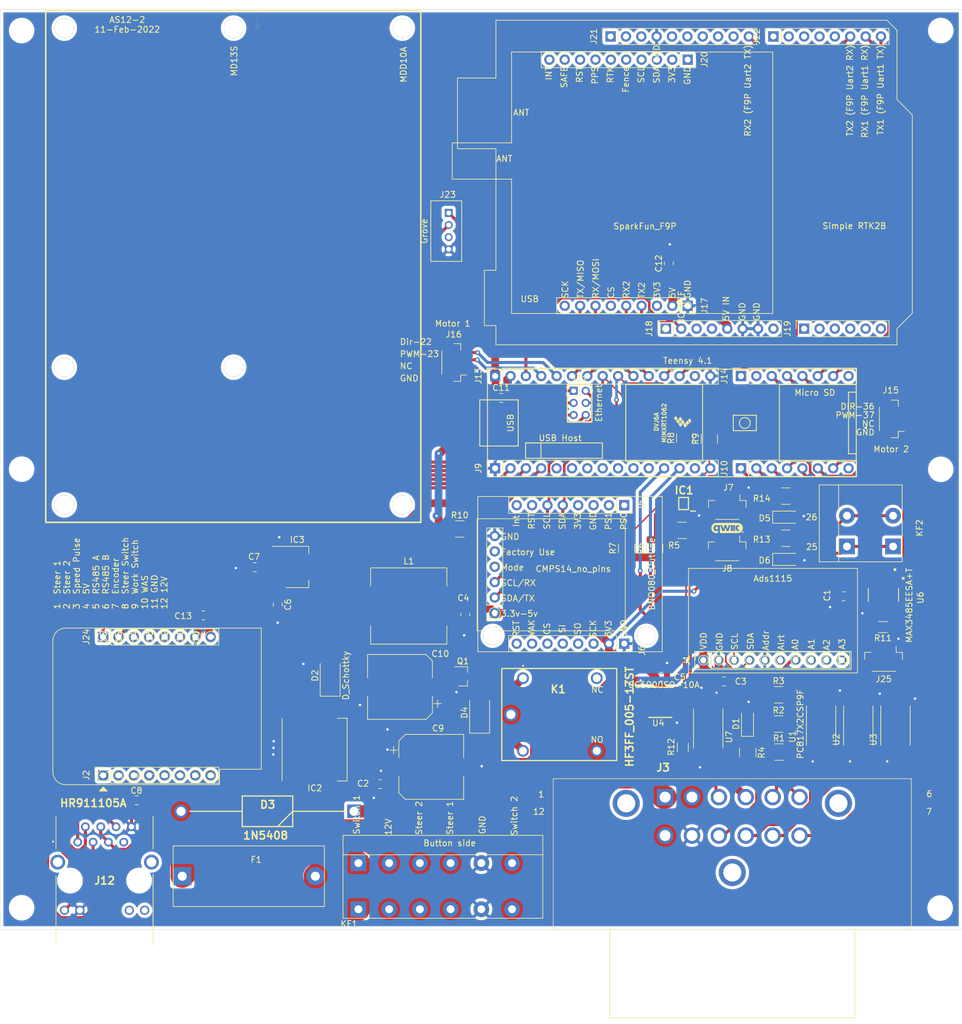
<source format=kicad_pcb>
(kicad_pcb (version 20171130) (host pcbnew "(5.1.12)-1")
  (layers (0 F.Cu signal) (31 B.Cu signal) (34 B.Paste user) (35 F.Paste user) (36 B.SilkS user) (37 F.SilkS user) (38 B.Mask user) (39 F.Mask user) (44 Edge.Cuts user))
  (net 0 "")
  (net 1 GND)
  (net 2 "Net-(C1-Pad1)")
  (net 3 "Net-(F1-Pad2)")
  (net 4 "Net-(J10-Pad3)")
  (net 5 "Net-(D1-Pad1)")
  (net 6 "Net-(J10-Pad6)")
  (net 7 "Net-(J6-Pad8)")
  (net 8 "Net-(J6-Pad7)")
  (net 9 "Net-(J6-Pad6)")
  (net 10 "Net-(J6-Pad5)")
  (net 11 "Net-(J6-Pad4)")
  (net 12 "Net-(J6-Pad3)")
  (net 13 "Net-(J9-Pad7)")
  (net 14 "Net-(J10-Pad5)")
  (net 15 "Net-(J11-Pad2)")
  (net 16 "Net-(J11-Pad1)")
  (net 17 "Net-(IC1-Pad6)")
  (net 18 "Net-(IC1-Pad5)")
  (net 19 "Net-(IC1-Pad4)")
  (net 20 "Net-(IC1-Pad3)")
  (net 21 "Net-(IC1-Pad2)")
  (net 22 "Net-(J9-Pad11)")
  (net 23 "Net-(J9-Pad12)")
  (net 24 "Net-(J10-Pad7)")
  (net 25 "Net-(J10-Pad4)")
  (net 26 "Net-(J11-Pad6)")
  (net 27 "Net-(J11-Pad5)")
  (net 28 "Net-(J11-Pad3)")
  (net 29 "Net-(J14-Pad2)")
  (net 30 "Net-(J15-Pad2)")
  (net 31 "Net-(J20-Pad6)")
  (net 32 "Net-(R1-Pad2)")
  (net 33 "Net-(R2-Pad2)")
  (net 34 "Net-(R3-Pad2)")
  (net 35 "Net-(J19-Pad2)")
  (net 36 "Net-(J21-Pad5)")
  (net 37 "Net-(J21-Pad2)")
  (net 38 "Net-(J21-Pad1)")
  (net 39 "Net-(IC1-Pad7)")
  (net 40 "Net-(D2-Pad1)")
  (net 41 "Net-(D3-Pad2)")
  (net 42 "Net-(D4-Pad2)")
  (net 43 "Net-(J1-Pad10)")
  (net 44 "Net-(J1-Pad9)")
  (net 45 "Net-(J1-Pad8)")
  (net 46 "Net-(J1-Pad6)")
  (net 47 "Net-(J3-PadMH3)")
  (net 48 "Net-(J3-PadMH2)")
  (net 49 "Net-(J3-PadMH1)")
  (net 50 "Net-(J3-Pad10)")
  (net 51 "Net-(J3-Pad9)")
  (net 52 "Net-(J3-Pad8)")
  (net 53 "Net-(J3-Pad7)")
  (net 54 "Net-(J4-Pad5)")
  (net 55 "Net-(J4-Pad4)")
  (net 56 "Net-(J5-Pad8)")
  (net 57 "Net-(J5-Pad7)")
  (net 58 "Net-(J5-Pad4)")
  (net 59 "Net-(J5-Pad3)")
  (net 60 "Net-(J5-Pad2)")
  (net 61 "Net-(J5-Pad1)")
  (net 62 "Net-(J9-Pad14)")
  (net 63 "Net-(J9-Pad13)")
  (net 64 "Net-(J9-Pad10)")
  (net 65 "Net-(J9-Pad9)")
  (net 66 "Net-(J9-Pad8)")
  (net 67 "Net-(J9-Pad6)")
  (net 68 "Net-(J9-Pad5)")
  (net 69 "Net-(J9-Pad4)")
  (net 70 "Net-(J10-Pad8)")
  (net 71 "Net-(J10-Pad2)")
  (net 72 "Net-(J10-Pad1)")
  (net 73 "Net-(J12-Pad11)")
  (net 74 "Net-(J12-Pad12)")
  (net 75 "Net-(J12-Pad7)")
  (net 76 "Net-(J13-Pad14)")
  (net 77 "Net-(J13-Pad13)")
  (net 78 "Net-(J13-Pad12)")
  (net 79 "Net-(J13-Pad11)")
  (net 80 "Net-(J13-Pad10)")
  (net 81 "Net-(J13-Pad7)")
  (net 82 "Net-(J13-Pad6)")
  (net 83 "Net-(J13-Pad5)")
  (net 84 "Net-(J13-Pad4)")
  (net 85 "Net-(J13-Pad3)")
  (net 86 "Net-(J14-Pad8)")
  (net 87 "Net-(J14-Pad7)")
  (net 88 "Net-(J14-Pad6)")
  (net 89 "Net-(J14-Pad5)")
  (net 90 "Net-(J14-Pad4)")
  (net 91 "Net-(J14-Pad3)")
  (net 92 "Net-(J14-Pad1)")
  (net 93 "Net-(J17-Pad3)")
  (net 94 "Net-(J18-Pad4)")
  (net 95 "Net-(J18-Pad3)")
  (net 96 "Net-(J18-Pad1)")
  (net 97 "Net-(J19-Pad6)")
  (net 98 "Net-(J19-Pad5)")
  (net 99 "Net-(J19-Pad4)")
  (net 100 "Net-(J19-Pad3)")
  (net 101 "Net-(J19-Pad1)")
  (net 102 "Net-(J20-Pad9)")
  (net 103 "Net-(J20-Pad8)")
  (net 104 "Net-(J20-Pad7)")
  (net 105 "Net-(J20-Pad5)")
  (net 106 "Net-(J20-Pad3)")
  (net 107 "Net-(J20-Pad2)")
  (net 108 "Net-(J20-Pad1)")
  (net 109 "Net-(J21-Pad3)")
  (net 110 "Net-(K1-Pad5)")
  (net 111 "Net-(K1-Pad2)")
  (net 112 "Net-(Q1-Pad1)")
  (net 113 "Net-(J22-Pad3)")
  (net 114 "Net-(C10-Pad1)")
  (net 115 "Net-(C8-Pad1)")
  (net 116 "Net-(K1-Pad4)")
  (net 117 "Net-(J16-Pad2)")
  (net 118 "Net-(J17-Pad9)")
  (net 119 "Net-(J17-Pad6)")
  (net 120 "Net-(J18-Pad8)")
  (net 121 "Net-(J20-Pad10)")
  (net 122 "Net-(J20-Pad4)")
  (net 123 "Net-(J21-Pad9)")
  (net 124 "Net-(J21-Pad8)")
  (net 125 "Net-(J21-Pad7)")
  (net 126 "Net-(J21-Pad6)")
  (net 127 "Net-(J22-Pad5)")
  (net 128 "Net-(J22-Pad4)")
  (net 129 "Net-(J22-Pad2)")
  (net 130 "Net-(J22-Pad1)")
  (net 131 "Net-(J23-Pad3)")
  (net 132 "Net-(J3-Pad1)")
  (net 133 "Net-(J2-Pad8)")
  (net 134 "Net-(J2-Pad7)")
  (net 135 "Net-(J2-Pad6)")
  (net 136 "Net-(J2-Pad5)")
  (net 137 "Net-(J2-Pad4)")
  (net 138 "Net-(J2-Pad3)")
  (net 139 "Net-(J2-Pad2)")
  (net 140 "Net-(J2-Pad1)")
  (net 141 "Net-(J24-Pad2)")
  (net 142 "Net-(J24-Pad1)")
  (net 143 "Net-(J24-Pad6)")
  (net 144 "Net-(J24-Pad5)")
  (net 145 "Net-(J24-Pad4)")
  (net 146 "Net-(J24-Pad3)")
  (net 147 "Net-(U4-Pad6)")
  (net 148 "Net-(J3-Pad2)")
  (net 149 "Net-(R12-Pad2)")
  (net 150 "Net-(D5-Pad1)")
  (net 151 "Net-(D6-Pad1)")
  (net 152 "Net-(C2-Pad1)")
  (net 153 "Net-(IC3-Pad4)")
  (net 154 "Net-(J3-Pad12)")
  (net 155 "Net-(J3-Pad3)")
  (net 156 "Net-(J25-Pad3)")
  (net 157 "Net-(J25-Pad4)")
  (net 158 "Net-(J25-Pad2)")
  (module MyFootprints:HF3FF0121ZST (layer F.Cu) (at 106.42854 130.49758)
    (fp_text reference K1 (at 5.8166 1.8288) (layer F.SilkS) (effects (font (size 1.27 1.27) (thickness 0.254))))
    (fp_text value HF3FF_005-1ZST (at 17.61998 6.36524 90) (layer F.SilkS) (effects (font (size 1.27 1.27) (thickness 0.254))))
    (fp_text user NO (at 12.2428 10.16) (layer F.SilkS))
    (fp_text user NC (at 12.2936 1.905) (layer F.SilkS))
    (pad 5 thru_hole circle (at 12.2 0) (size 1.95 1.95) (drill 1.3) (layers *.Cu *.Mask) (net 110 "Net-(K1-Pad5)"))
    (pad 4 thru_hole circle (at 12.2 12) (size 1.95 1.95) (drill 1.3) (layers *.Cu *.Mask) (net 116 "Net-(K1-Pad4)"))
    (pad 3 thru_hole circle (at 0 12) (size 1.95 1.95) (drill 1.3) (layers *.Cu *.Mask) (net 114 "Net-(C10-Pad1)"))
    (pad 2 thru_hole circle (at -2 6) (size 2.25 2.25) (drill 1.5) (layers *.Cu *.Mask) (net 111 "Net-(K1-Pad2)"))
    (pad 1 thru_hole circle (at 0 0) (size 1.95 1.95) (drill 1.3) (layers *.Cu *.Mask) (net 42 "Net-(D4-Pad2)"))
  )
  (module MyFootprints:MDD10A_Outline (layer F.Cu) (at 27.54122 20.25396 270)
    (fp_text reference REF** (at 1.905 -35.052 90) (layer F.SilkS) (effects (font (size 0.6 0.6) (thickness 0.015))))
    (fp_text value MDD10A (at 8.91286 -59.1439 90) (layer F.SilkS))
    (fp_text user MD13S (at 8.3058 -31.1404 90) (layer F.SilkS))
    (pad 8 thru_hole circle (at 2.88 -31.06 270) (size 3.2 3.2) (drill 3.2) (layers *.Cu *.Mask))
    (pad 8 thru_hole circle (at 58.88 -31.06 270) (size 3.2 3.2) (drill 3.2) (layers *.Cu *.Mask))
    (pad 8 thru_hole circle (at 58.88 -3.06 270) (size 3.2 3.2) (drill 3.2) (layers *.Cu *.Mask))
    (pad 8 thru_hole circle (at 2.88 -3.06 270) (size 3.2 3.2) (drill 3.2) (layers *.Cu *.Mask))
    (pad 8 thru_hole circle (at 2.88 -58.94 270) (size 3.2 3.2) (drill 3.2) (layers *.Cu *.Mask))
    (pad 8 thru_hole circle (at 81.62 -58.94 270) (size 3.2 3.2) (drill 3.2) (layers *.Cu *.Mask))
    (pad 8 thru_hole circle (at 81.62 -3.06 270) (size 3.2 3.2) (drill 3.2) (layers *.Cu *.Mask))
  )
  (module "MyFootprints:SMA(DO-214AC)" (layer F.Cu) (at 74.55408 130.06578 90)
    (fp_text reference D2 (at 0 -2.5 90) (layer F.SilkS))
    (fp_text value D_Schottky (at 0 2.6 90) (layer F.SilkS))
    (pad 2 smd rect (at 2 0 90) (size 1.8 1.8) (layers F.Cu F.Paste F.Mask) (net 1 GND))
    (pad 1 smd rect (at -2 0 90) (size 1.8 1.8) (layers F.Cu F.Paste F.Mask) (net 40 "Net-(D2-Pad1)"))
  )
  (module MyFootprints:Maxim_Integrated-S8-2-0-P-MFG (layer F.Cu) (at 166.01316 116.72102 270)
    (fp_text reference U6 (at 0.4826 -6.1214 90) (layer F.SilkS))
    (fp_text value MAX3485EESA+T (at 1.74204 -4.2659 90) (layer F.SilkS))
    (fp_text user * (at -2.719 -3.5888 90) (layer F.SilkS))
    (pad 8 smd rect (at 2.465 -1.905 270) (size 1.98 0.53) (layers F.Cu F.Paste F.Mask) (net 2 "Net-(C1-Pad1)"))
    (pad 7 smd rect (at 2.465 -0.635 270) (size 1.98 0.53) (layers F.Cu F.Paste F.Mask) (net 156 "Net-(J25-Pad3)"))
    (pad 6 smd rect (at 2.465 0.635 270) (size 1.98 0.53) (layers F.Cu F.Paste F.Mask) (net 157 "Net-(J25-Pad4)"))
    (pad 5 smd rect (at 2.465 1.905 270) (size 1.98 0.53) (layers F.Cu F.Paste F.Mask) (net 1 GND))
    (pad 4 smd rect (at -2.465 1.905 270) (size 1.98 0.53) (layers F.Cu F.Paste F.Mask) (net 4 "Net-(J10-Pad3)"))
    (pad 3 smd rect (at -2.465 0.635 270) (size 1.98 0.53) (layers F.Cu F.Paste F.Mask) (net 4 "Net-(J10-Pad3)"))
    (pad 2 smd rect (at -2.465 -0.635 270) (size 1.98 0.53) (layers F.Cu F.Paste F.Mask) (net 14 "Net-(J10-Pad5)"))
    (pad 1 smd rect (at -2.465 -1.905 270) (size 1.98 0.53) (layers F.Cu F.Paste F.Mask) (net 25 "Net-(J10-Pad4)"))
  )
  (module Capacitor_SMD:C_0805_2012Metric (layer F.Cu) (at 65.89268 118.33606 270)
    (fp_text reference C6 (at 0 -1.68 90) (layer F.SilkS))
    (fp_text value 10uF)
    (pad 2 smd roundrect (at 0.95 0 270) (size 1 1.45) (layers F.Cu F.Paste F.Mask) (net 1 GND))
    (pad 1 smd roundrect (at -0.95 0 270) (size 1 1.45) (layers F.Cu F.Paste F.Mask) (net 114 "Net-(C10-Pad1)"))
  )
  (module MyFootprints:Qwic_vertical (layer F.Cu) (at 166.0525 127.3429 180)
    (fp_text reference J25 (at 0 -3.3) (layer F.SilkS))
    (fp_text value RS485)
    (pad MP smd roundrect (at 2.8 -1.2 180) (size 1.2 1.8) (layers F.Cu F.Paste F.Mask) (roundrect_rratio 0.208333))
    (pad MP smd roundrect (at -2.8 -1.2 180) (size 1.2 1.8) (layers F.Cu F.Paste F.Mask) (roundrect_rratio 0.208333))
    (pad 4 smd roundrect (at 1.5 1.325 180) (size 0.6 1.55) (layers F.Cu F.Paste F.Mask) (net 157 "Net-(J25-Pad4)"))
    (pad 3 smd roundrect (at 0.5 1.325 180) (size 0.6 1.55) (layers F.Cu F.Paste F.Mask) (net 156 "Net-(J25-Pad3)"))
    (pad 2 smd roundrect (at -0.5 1.325 180) (size 0.6 1.55) (layers F.Cu F.Paste F.Mask) (net 158 "Net-(J25-Pad2)"))
    (pad 1 smd roundrect (at -1.5 1.325 180) (size 0.6 1.55) (layers F.Cu F.Paste F.Mask) (net 1 GND))
  )
  (module MountingHole:MountingHole_3.2mm_M3 (layer F.Cu) (at 23.54834 95.97263)
    (fp_text reference " " (at 0 -4.2) (layer F.SilkS))
    (fp_text value " ")
    (pad 1 np_thru_hole circle (at 0 0) (size 3.2 3.2) (drill 3.2) (layers *.Cu *.Mask))
  )
  (module MountingHole:MountingHole_3.2mm_M3 (layer F.Cu) (at 175.49368 95.99803)
    (fp_text reference " " (at 0 -4.2) (layer F.SilkS))
    (fp_text value " ")
    (pad 1 np_thru_hole circle (at 0 0) (size 3.2 3.2) (drill 3.2) (layers *.Cu *.Mask))
  )
  (module Diode_SMD:D_SMA (layer F.Cu) (at 99.26066 136.18464 90)
    (fp_text reference D4 (at 0 -2.5 90) (layer F.SilkS))
    (fp_text value 1N4007)
    (pad 2 smd rect (at 2 0 90) (size 2.5 1.8) (layers F.Cu F.Paste F.Mask) (net 42 "Net-(D4-Pad2)"))
    (pad 1 smd rect (at -2 0 90) (size 2.5 1.8) (layers F.Cu F.Paste F.Mask) (net 114 "Net-(C10-Pad1)"))
  )
  (module Package_TO_SOT_SMD:SOT-223 (layer F.Cu) (at 69.11086 112.13084)
    (fp_text reference IC3 (at 0 -4.5) (layer F.SilkS))
    (fp_text value AZ1117)
    (pad 1 smd rect (at -3.15 -2.3) (size 2 1.5) (layers F.Cu F.Paste F.Mask) (net 1 GND))
    (pad 3 smd rect (at -3.15 2.3) (size 2 1.5) (layers F.Cu F.Paste F.Mask) (net 114 "Net-(C10-Pad1)"))
    (pad 2 smd rect (at -3.15 0) (size 2 1.5) (layers F.Cu F.Paste F.Mask) (net 2 "Net-(C1-Pad1)"))
    (pad 4 smd rect (at 3.15 0) (size 2 3.8) (layers F.Cu F.Paste F.Mask) (net 153 "Net-(IC3-Pad4)"))
  )
  (module MyFootprints:TO263-5L (layer F.Cu) (at 74.65314 142.29842 180)
    (fp_text reference IC2 (at 2.6416 -6.35508) (layer F.SilkS))
    (fp_text value XL2596)
    (pad 6 smd rect (at 3.5 0 180) (size 8.46 10.53) (layers F.Cu F.Mask) (net 1 GND))
    (pad 5 smd rect (at -6.13 3.4 180) (size 3.21 1.05) (layers F.Cu F.Paste F.Mask) (net 1 GND))
    (pad 4 smd rect (at -6.13 1.7 180) (size 3.21 1.05) (layers F.Cu F.Paste F.Mask) (net 114 "Net-(C10-Pad1)"))
    (pad 3 smd rect (at -6.13 0 180) (size 3.21 1.05) (layers F.Cu F.Paste F.Mask) (net 1 GND))
    (pad 2 smd rect (at -6.13 -1.7 180) (size 3.21 1.05) (layers F.Cu F.Paste F.Mask) (net 40 "Net-(D2-Pad1)"))
    (pad 1 smd rect (at -6.13 -3.4 180) (size 3.21 1.05) (layers F.Cu F.Paste F.Mask) (net 152 "Net-(C2-Pad1)"))
  )
  (module Capacitor_SMD:C_0805_2012Metric (layer F.Cu) (at 82.84464 147.99564 180)
    (fp_text reference C2 (at 2.84988 0.10414) (layer F.SilkS))
    (fp_text value CL21B105KAFNNNE)
    (pad 2 smd roundrect (at 0.95 0 180) (size 1 1.45) (layers F.Cu F.Paste F.Mask) (net 1 GND))
    (pad 1 smd roundrect (at -0.95 0 180) (size 1 1.45) (layers F.Cu F.Paste F.Mask) (net 152 "Net-(C2-Pad1)"))
  )
  (module MyFootprints:TMPA1265SP-101MN-D (layer F.Cu) (at 87.54872 118.57482)
    (fp_text reference L1 (at 0 -7.4) (layer F.SilkS))
    (fp_text value SMDRI127-330MT)
    (pad 2 smd rect (at 4.95 0) (size 2.9 5.4) (layers F.Cu F.Paste F.Mask) (net 114 "Net-(C10-Pad1)"))
    (pad 1 smd rect (at -4.95 0) (size 2.9 5.4) (layers F.Cu F.Paste F.Mask) (net 40 "Net-(D2-Pad1)"))
  )
  (module Capacitor_SMD:CP_Elec_10x10.5 (layer F.Cu) (at 86.0933 131.94284 180)
    (fp_text reference C10 (at -6.67258 5.47624) (layer F.SilkS))
    (fp_text value RVT1V331M1010)
    (pad 2 smd roundrect (at 4.2 0 180) (size 4.4 2.5) (layers F.Cu F.Paste F.Mask) (roundrect_rratio 0.1) (net 1 GND))
    (pad 1 smd roundrect (at -4.2 0 180) (size 4.4 2.5) (layers F.Cu F.Paste F.Mask) (roundrect_rratio 0.1) (net 114 "Net-(C10-Pad1)"))
  )
  (module Capacitor_SMD:CP_Elec_10x10.5 (layer F.Cu) (at 91.26982 145.14322)
    (fp_text reference C9 (at 1.1176 -6.35762) (layer F.SilkS))
    (fp_text value RVT1V471M1010)
    (pad 2 smd roundrect (at 4.2 0) (size 4.4 2.5) (layers F.Cu F.Paste F.Mask) (roundrect_rratio 0.1) (net 1 GND))
    (pad 1 smd roundrect (at -4.2 0) (size 4.4 2.5) (layers F.Cu F.Paste F.Mask) (roundrect_rratio 0.1) (net 152 "Net-(C2-Pad1)"))
  )
  (module MyFootprints:ads1115_no_pins (layer F.Cu) (at 134.65048 129.12344)
    (fp_text reference REF**)
    (fp_text value Ads1115 (at 13.081 -15.0876) (layer F.SilkS))
    (fp_text user 10 (at 24.6126 -1.5748) (layer F.SilkS))
    (fp_text user 9 (at 21.9964 -1.6256) (layer F.SilkS))
    (fp_text user 8 (at 19.4818 -1.6002) (layer F.SilkS))
    (fp_text user 7 (at 16.9164 -1.5748) (layer F.SilkS))
    (fp_text user 6 (at 14.3256 -1.6002) (layer F.SilkS))
    (fp_text user 5 (at 11.8364 -1.5748) (layer F.SilkS))
    (fp_text user 4 (at 9.1948 -1.524) (layer F.SilkS))
    (fp_text user 3 (at 6.731 -1.5748) (layer F.SilkS))
    (fp_text user 2 (at 4.191 -1.6002) (layer F.SilkS))
    (fp_text user 1 (at 1.651 -1.6002) (layer F.SilkS))
    (fp_text user A3 (at 24.5364 -4.2672 90) (layer F.SilkS))
    (fp_text user A2 (at 21.971 -4.1402 90) (layer F.SilkS))
    (fp_text user A1 (at 19.4564 -4.2672 90) (layer F.SilkS))
    (fp_text user A0 (at 16.7894 -4.2164 90) (layer F.SilkS))
    (fp_text user Alrt (at 14.4526 -4.5212 90) (layer F.SilkS))
    (fp_text user Addr (at 11.9126 -4.8514 90) (layer F.SilkS))
    (fp_text user SDA (at 9.398 -4.7244 90) (layer F.SilkS))
    (fp_text user SCL (at 6.7818 -4.699 90) (layer F.SilkS))
    (fp_text user GND (at 4.2672 -4.6482 90) (layer F.SilkS))
    (fp_text user VDD (at 1.6256 -4.7752 90) (layer F.SilkS))
  )
  (module Resistor_SMD:R_1210_3225Metric (layer F.Cu) (at 149.87524 100.4189)
    (fp_text reference R14 (at -3.981789 0.39116) (layer F.SilkS))
    (fp_text value 200)
    (pad 2 smd roundrect (at 1.4625 0) (size 1.125 2.65) (layers F.Cu F.Paste F.Mask) (roundrect_rratio 0.222222) (net 71 "Net-(J10-Pad2)"))
    (pad 1 smd roundrect (at -1.4625 0) (size 1.125 2.65) (layers F.Cu F.Paste F.Mask) (roundrect_rratio 0.222222) (net 150 "Net-(D5-Pad1)"))
  )
  (module Resistor_SMD:R_1210_3225Metric (layer F.Cu) (at 149.87524 107.390352)
    (fp_text reference R13 (at -3.981789 0.186268) (layer F.SilkS))
    (fp_text value 200)
    (pad 2 smd roundrect (at 1.4625 0) (size 1.125 2.65) (layers F.Cu F.Paste F.Mask) (roundrect_rratio 0.222222) (net 72 "Net-(J10-Pad1)"))
    (pad 1 smd roundrect (at -1.4625 0) (size 1.125 2.65) (layers F.Cu F.Paste F.Mask) (roundrect_rratio 0.222222) (net 151 "Net-(D6-Pad1)"))
  )
  (module MyFootprints:KF142V-5.08-2P (layer F.Cu) (at 169.11066 98.57994 270)
    (fp_text reference KF2 (at 7.112 -2.8702 90) (layer F.SilkS))
    (fp_text value KF142V-5.0-2P)
    (pad 2 thru_hole circle (at 5.08 9.12 270) (size 2.6 2.6) (drill 1.3) (layers *.Cu *.Mask) (net 150 "Net-(D5-Pad1)"))
    (pad 2 thru_hole circle (at 5.08 1.5 270) (size 2.6 2.6) (drill 1.3) (layers *.Cu *.Mask) (net 150 "Net-(D5-Pad1)"))
    (pad 1 thru_hole rect (at 10.16 9.12 270) (size 2.6 2.6) (drill 1.3) (layers *.Cu *.Mask) (net 151 "Net-(D6-Pad1)"))
    (pad 1 thru_hole rect (at 10.16 1.5 270) (size 2.6 2.6) (drill 1.3) (layers *.Cu *.Mask) (net 151 "Net-(D6-Pad1)"))
  )
  (module Diode_SMD:D_SOD-123F (layer F.Cu) (at 149.89274 110.87608)
    (fp_text reference D6 (at -3.523099 0.16002) (layer F.SilkS))
    (fp_text value "Zener Diode")
    (pad 2 smd rect (at 1.4 0) (size 1.1 1.1) (layers F.Cu F.Paste F.Mask) (net 1 GND))
    (pad 1 smd rect (at -1.4 0) (size 1.1 1.1) (layers F.Cu F.Paste F.Mask) (net 151 "Net-(D6-Pad1)"))
  )
  (module Diode_SMD:D_SOD-123F (layer F.Cu) (at 149.89274 103.904626)
    (fp_text reference D5 (at -3.523099 0.171874) (layer F.SilkS))
    (fp_text value "Zener Diode")
    (pad 2 smd rect (at 1.4 0) (size 1.1 1.1) (layers F.Cu F.Paste F.Mask) (net 1 GND))
    (pad 1 smd rect (at -1.4 0) (size 1.1 1.1) (layers F.Cu F.Paste F.Mask) (net 150 "Net-(D5-Pad1)"))
  )
  (module Resistor_SMD:R_1206_3216Metric (layer F.Cu) (at 132.84708 141.93774 270)
    (fp_text reference R12 (at -0.08128 1.92278 90) (layer F.SilkS))
    (fp_text value 100)
    (pad 2 smd roundrect (at 1.4625 0 270) (size 1.125 1.75) (layers F.Cu F.Paste F.Mask) (roundrect_rratio 0.222222) (net 149 "Net-(R12-Pad2)"))
    (pad 1 smd roundrect (at -1.4625 0 270) (size 1.125 1.75) (layers F.Cu F.Paste F.Mask) (roundrect_rratio 0.222222) (net 63 "Net-(J9-Pad13)"))
  )
  (module Resistor_SMD:R_1206_3216Metric (layer F.Cu) (at 165.9382 122.05716 180)
    (fp_text reference R11 (at 0 -1.82) (layer F.SilkS))
    (fp_text value 120)
    (pad 2 smd roundrect (at 1.4625 0 180) (size 1.125 1.75) (layers F.Cu F.Paste F.Mask) (roundrect_rratio 0.222222) (net 157 "Net-(J25-Pad4)"))
    (pad 1 smd roundrect (at -1.4625 0 180) (size 1.125 1.75) (layers F.Cu F.Paste F.Mask) (roundrect_rratio 0.222222) (net 156 "Net-(J25-Pad3)"))
  )
  (module MyFootprints:SOIC254P960X420-4N (layer F.Cu) (at 137.05078 138.818 270)
    (fp_text reference U7 (at 1.38492 -3.45186 90) (layer F.SilkS))
    (fp_text value PC817X2CSP9F)
    (pad 4 smd roundrect (at 4.28 -1.27 270) (size 2.15 1.48) (layers F.Cu F.Paste F.Mask) (roundrect_rratio 0.18) (net 155 "Net-(J3-Pad3)"))
    (pad 3 smd roundrect (at 4.28 1.27 270) (size 2.15 1.48) (layers F.Cu F.Paste F.Mask) (roundrect_rratio 0.18) (net 1 GND))
    (pad 2 smd roundrect (at -4.28 1.27 270) (size 2.15 1.48) (layers F.Cu F.Paste F.Mask) (roundrect_rratio 0.18) (net 1 GND))
    (pad 1 smd roundrect (at -4.28 -1.27 270) (size 2.15 1.48) (layers F.Cu F.Paste F.Mask) (roundrect_rratio 0.18) (net 149 "Net-(R12-Pad2)"))
  )
  (module Resistor_SMD:R_1210_3225Metric (layer F.Cu) (at 95.97898 105.8545)
    (fp_text reference R10 (at 0 -2.28) (layer F.SilkS))
    (fp_text value 1K)
    (pad 2 smd roundrect (at 1.4625 0) (size 1.125 2.65) (layers F.Cu F.Paste F.Mask) (roundrect_rratio 0.2222204444444444) (net 69 "Net-(J9-Pad4)"))
    (pad 1 smd roundrect (at -1.4625 0) (size 1.125 2.65) (layers F.Cu F.Paste F.Mask) (roundrect_rratio 0.2222204444444444) (net 112 "Net-(Q1-Pad1)"))
  )
  (module Capacitor_SMD:C_0805_2012Metric (layer F.Cu) (at 129.28346 130.26136)
    (fp_text reference C5 (at 3.0607 0.06096) (layer F.SilkS))
    (fp_text value 0.1uF)
    (pad 2 smd roundrect (at 0.95 0) (size 1 1.45) (layers F.Cu F.Paste F.Mask) (net 1 GND))
    (pad 1 smd roundrect (at -0.95 0) (size 1 1.45) (layers F.Cu F.Paste F.Mask) (net 2 "Net-(C1-Pad1)"))
  )
  (module Connector_PinSocket_2.54mm:PinSocket_1x08_P2.54mm_Vertical (layer F.Cu) (at 37.015 123.6794 90)
    (fp_text reference J24 (at 0 -2.77 90) (layer F.SilkS))
    (fp_text value WemosD1_right)
    (pad 8 thru_hole oval (at 0 17.78 90) (size 1.7 1.7) (drill 1) (layers *.Cu *.Mask) (net 114 "Net-(C10-Pad1)"))
    (pad 7 thru_hole oval (at 0 15.24 90) (size 1.7 1.7) (drill 1) (layers *.Cu *.Mask) (net 1 GND))
    (pad 6 thru_hole oval (at 0 12.7 90) (size 1.7 1.7) (drill 1) (layers *.Cu *.Mask) (net 143 "Net-(J24-Pad6)"))
    (pad 5 thru_hole oval (at 0 10.16 90) (size 1.7 1.7) (drill 1) (layers *.Cu *.Mask) (net 144 "Net-(J24-Pad5)"))
    (pad 4 thru_hole oval (at 0 7.62 90) (size 1.7 1.7) (drill 1) (layers *.Cu *.Mask) (net 145 "Net-(J24-Pad4)"))
    (pad 3 thru_hole oval (at 0 5.08 90) (size 1.7 1.7) (drill 1) (layers *.Cu *.Mask) (net 146 "Net-(J24-Pad3)"))
    (pad 2 thru_hole oval (at 0 2.54 90) (size 1.7 1.7) (drill 1) (layers *.Cu *.Mask) (net 141 "Net-(J24-Pad2)"))
    (pad 1 thru_hole rect (at 0 0 90) (size 1.7 1.7) (drill 1) (layers *.Cu *.Mask) (net 142 "Net-(J24-Pad1)"))
  )
  (module Connector_PinSocket_2.54mm:PinSocket_1x08_P2.54mm_Vertical (layer F.Cu) (at 37.015 146.5394 90)
    (fp_text reference J2 (at 0 -2.77 90) (layer F.SilkS))
    (fp_text value WemosD1_left)
    (pad 8 thru_hole oval (at 0 17.78 90) (size 1.7 1.7) (drill 1) (layers *.Cu *.Mask) (net 133 "Net-(J2-Pad8)"))
    (pad 7 thru_hole oval (at 0 15.24 90) (size 1.7 1.7) (drill 1) (layers *.Cu *.Mask) (net 134 "Net-(J2-Pad7)"))
    (pad 6 thru_hole oval (at 0 12.7 90) (size 1.7 1.7) (drill 1) (layers *.Cu *.Mask) (net 135 "Net-(J2-Pad6)"))
    (pad 5 thru_hole oval (at 0 10.16 90) (size 1.7 1.7) (drill 1) (layers *.Cu *.Mask) (net 136 "Net-(J2-Pad5)"))
    (pad 4 thru_hole oval (at 0 7.62 90) (size 1.7 1.7) (drill 1) (layers *.Cu *.Mask) (net 137 "Net-(J2-Pad4)"))
    (pad 3 thru_hole oval (at 0 5.08 90) (size 1.7 1.7) (drill 1) (layers *.Cu *.Mask) (net 138 "Net-(J2-Pad3)"))
    (pad 2 thru_hole oval (at 0 2.54 90) (size 1.7 1.7) (drill 1) (layers *.Cu *.Mask) (net 139 "Net-(J2-Pad2)"))
    (pad 1 thru_hole rect (at 0 0 90) (size 1.7 1.7) (drill 1) (layers *.Cu *.Mask) (net 140 "Net-(J2-Pad1)"))
  )
  (module Capacitor_SMD:C_0805_2012Metric (layer F.Cu) (at 53.58638 120.12676 180)
    (fp_text reference C13 (at 3.3274 -0.1016) (layer F.SilkS))
    (fp_text value 0.1uF)
    (pad 2 smd roundrect (at 0.95 0 180) (size 1 1.45) (layers F.Cu F.Paste F.Mask) (net 1 GND))
    (pad 1 smd roundrect (at -0.95 0 180) (size 1 1.45) (layers F.Cu F.Paste F.Mask) (net 114 "Net-(C10-Pad1)"))
  )
  (module MyFootprints:WEMOS_D1_mini_light_no_pins (layer F.Cu) (at 37.0459 146.5834 90)
    (fp_text reference REF**)
    (fp_text value WEMOS_D1_mini_light_no_pins)
    (fp_text user 16 (at 22.8346 0.0508 90) (layer F.SilkS))
    (fp_text user 1 (at 0.0762 -0.0508 90) (layer F.SilkS))
    (fp_text user 9 (at 22.9616 17.8308 90) (layer F.SilkS))
    (fp_text user 10 (at 22.9108 15.3416 90) (layer F.SilkS))
    (fp_text user 11 (at 23.0124 12.6746 90) (layer F.SilkS))
    (fp_text user 12 (at 23.0632 10.1346 90) (layer F.SilkS))
    (fp_text user 13 (at 23.0124 7.6454 90) (layer F.SilkS))
    (fp_text user 14 (at 23.0124 5.1816 90) (layer F.SilkS))
    (fp_text user 15 (at 22.86 2.5654 90) (layer F.SilkS))
    (fp_text user 8 (at 0 17.8308 90) (layer F.SilkS))
    (fp_text user 7 (at 0 15.3416 90) (layer F.SilkS))
    (fp_text user 6 (at 0 12.7254 90) (layer F.SilkS))
    (fp_text user 5 (at 0 10.1854 90) (layer F.SilkS))
    (fp_text user 4 (at 0 7.7216 90) (layer F.SilkS))
    (fp_text user 3 (at 0.0254 5.207 90) (layer F.SilkS))
    (fp_text user 2 (at 0.0254 2.5908 90) (layer F.SilkS))
  )
  (module MyFootprints:SOIC127P600X175-8N (layer F.Cu) (at 129.14376 134.47776)
    (fp_text reference U4 (at -0.34036 3.41122) (layer F.SilkS))
    (fp_text value CC6900SO-10A (at 0.56896 -2.87274) (layer F.SilkS))
    (pad 5 smd rect (at 2.7 1.905) (size 1.55 0.6) (layers F.Cu F.Paste F.Mask) (net 1 GND))
    (pad 6 smd rect (at 2.7 0.635) (size 1.55 0.6) (layers F.Cu F.Paste F.Mask) (net 147 "Net-(U4-Pad6)"))
    (pad 8 smd rect (at 2.7 -1.905) (size 1.55 0.6) (layers F.Cu F.Paste F.Mask) (net 2 "Net-(C1-Pad1)"))
    (pad 4 smd rect (at -2.7 1.905 180) (size 1.55 0.6) (layers F.Cu F.Paste F.Mask) (net 148 "Net-(J3-Pad2)"))
    (pad 3 smd rect (at -2.7 0.635) (size 1.55 0.6) (layers F.Cu F.Paste F.Mask) (net 148 "Net-(J3-Pad2)"))
    (pad 1 smd rect (at -2.7 -1.905) (size 1.55 0.6) (layers F.Cu F.Paste F.Mask) (net 116 "Net-(K1-Pad4)"))
    (pad 7 smd rect (at 2.7 -0.635) (size 1.55 0.6) (layers F.Cu F.Paste F.Mask) (net 23 "Net-(J9-Pad12)"))
    (pad 2 smd rect (at -2.7 -0.635) (size 1.55 0.6) (layers F.Cu F.Paste F.Mask) (net 116 "Net-(K1-Pad4)"))
  )
  (module MyFootprints:SOIC254P960X420-4N (layer F.Cu) (at 161.862 138.318 90)
    (fp_text reference U2 (at -2.325 -3.635 90) (layer F.SilkS))
    (fp_text value PC817X2CSP9F)
    (pad 4 smd roundrect (at 4.28 -1.27 90) (size 2.15 1.48) (layers F.Cu F.Paste F.Mask) (roundrect_rratio 0.18) (net 24 "Net-(J10-Pad7)"))
    (pad 3 smd roundrect (at 4.28 1.27 90) (size 2.15 1.48) (layers F.Cu F.Paste F.Mask) (roundrect_rratio 0.18) (net 1 GND))
    (pad 2 smd roundrect (at -4.28 1.27 90) (size 2.15 1.48) (layers F.Cu F.Paste F.Mask) (roundrect_rratio 0.18) (net 52 "Net-(J3-Pad8)"))
    (pad 1 smd roundrect (at -4.28 -1.27 90) (size 2.15 1.48) (layers F.Cu F.Paste F.Mask) (roundrect_rratio 0.18) (net 33 "Net-(R2-Pad2)"))
  )
  (module MyFootprints:SOIC254P960X420-4N (layer F.Cu) (at 155.712 138.318 90)
    (fp_text reference U1 (at -1.83412 -4.74456 90) (layer F.SilkS))
    (fp_text value PC817X2CSP9F (at 0.254 -3.429 90) (layer F.SilkS))
    (pad 4 smd roundrect (at 4.28 -1.27 90) (size 2.15 1.48) (layers F.Cu F.Paste F.Mask) (roundrect_rratio 0.18) (net 6 "Net-(J10-Pad6)"))
    (pad 3 smd roundrect (at 4.28 1.27 90) (size 2.15 1.48) (layers F.Cu F.Paste F.Mask) (roundrect_rratio 0.18) (net 1 GND))
    (pad 2 smd roundrect (at -4.28 1.27 90) (size 2.15 1.48) (layers F.Cu F.Paste F.Mask) (roundrect_rratio 0.18) (net 51 "Net-(J3-Pad9)"))
    (pad 1 smd roundrect (at -4.28 -1.27 90) (size 2.15 1.48) (layers F.Cu F.Paste F.Mask) (roundrect_rratio 0.18) (net 32 "Net-(R1-Pad2)"))
  )
  (module MyFootprints:HR911105A (layer F.Cu) (at 32.8168 157.57398 180)
    (fp_text reference J12 (at -4.45 -6.35) (layer F.SilkS) (effects (font (size 1.27 1.27) (thickness 0.254))))
    (fp_text value HR911105A (at -2.58064 6.44144) (layer F.SilkS) (effects (font (size 1.27 1.27) (thickness 0.254))))
    (pad MH4 np_thru_hole circle (at -10.16 -6.35 180) (size 3.25 0) (drill 3.25) (layers *.Cu *.Mask))
    (pad MH3 np_thru_hole circle (at 1.27 -6.35 180) (size 3.25 0) (drill 3.25) (layers *.Cu *.Mask))
    (pad MH2 thru_hole circle (at -12.19 -3.3 180) (size 2.445 2.445) (drill 1.63) (layers *.Cu *.Mask))
    (pad MH1 thru_hole circle (at 3.3 -3.3 180) (size 2.445 2.445) (drill 1.63) (layers *.Cu *.Mask))
    (pad 12 thru_hole circle (at -11.07 -11.25 180) (size 1.53 1.53) (drill 1.02) (layers *.Cu *.Mask) (net 74 "Net-(J12-Pad12)"))
    (pad 11 thru_hole circle (at -8.53 -11.25 180) (size 1.53 1.53) (drill 1.02) (layers *.Cu *.Mask) (net 73 "Net-(J12-Pad11)"))
    (pad 10 thru_hole circle (at -0.36 -11.25 180) (size 1.53 1.53) (drill 1.02) (layers *.Cu *.Mask) (net 1 GND))
    (pad 9 thru_hole circle (at 2.18 -11.25 180) (size 1.53 1.53) (drill 1.02) (layers *.Cu *.Mask) (net 28 "Net-(J11-Pad3)"))
    (pad 8 thru_hole circle (at -8.89 2.54 180) (size 1.446 1.446) (drill 0.89) (layers *.Cu *.Mask) (net 1 GND))
    (pad 7 thru_hole circle (at -7.62 0 180) (size 1.446 1.446) (drill 0.89) (layers *.Cu *.Mask) (net 75 "Net-(J12-Pad7)"))
    (pad 6 thru_hole circle (at -6.35 2.54 180) (size 1.446 1.446) (drill 0.89) (layers *.Cu *.Mask) (net 15 "Net-(J11-Pad2)"))
    (pad 5 thru_hole circle (at -5.08 0 180) (size 1.446 1.446) (drill 0.89) (layers *.Cu *.Mask) (net 115 "Net-(C8-Pad1)"))
    (pad 4 thru_hole circle (at -3.81 2.54 180) (size 1.446 1.446) (drill 0.89) (layers *.Cu *.Mask) (net 115 "Net-(C8-Pad1)"))
    (pad 3 thru_hole circle (at -2.54 0 180) (size 1.446 1.446) (drill 0.89) (layers *.Cu *.Mask) (net 16 "Net-(J11-Pad1)"))
    (pad 2 thru_hole circle (at -1.27 2.54 180) (size 1.446 1.446) (drill 0.89) (layers *.Cu *.Mask) (net 27 "Net-(J11-Pad5)"))
    (pad 1 thru_hole circle (at 0 0 180) (size 1.446 1.446) (drill 0.89) (layers *.Cu *.Mask) (net 26 "Net-(J11-Pad6)"))
  )
  (module MyFootprints:KF142V-5.08-6P (layer F.Cu) (at 109.7026 170.1546 180)
    (fp_text reference KF1 (at 32.0294 -0.9144) (layer F.SilkS))
    (fp_text value KF142V-5.0-6P)
    (fp_text user "Button side" (at 15.3924 12.4206) (layer F.SilkS))
    (pad 6 thru_hole circle (at 5.08 9.12 180) (size 2.6 2.6) (drill 1.3) (layers *.Cu *.Mask) (net 154 "Net-(J3-Pad12)"))
    (pad 6 thru_hole circle (at 5.08 1.5 180) (size 2.6 2.6) (drill 1.3) (layers *.Cu *.Mask) (net 154 "Net-(J3-Pad12)"))
    (pad 5 thru_hole circle (at 10.16 9.12 180) (size 2.6 2.6) (drill 1.3) (layers *.Cu *.Mask) (net 1 GND))
    (pad 5 thru_hole circle (at 10.16 1.5 180) (size 2.6 2.6) (drill 1.3) (layers *.Cu *.Mask) (net 1 GND))
    (pad 4 thru_hole circle (at 15.24 9.12 180) (size 2.6 2.6) (drill 1.3) (layers *.Cu *.Mask) (net 132 "Net-(J3-Pad1)"))
    (pad 4 thru_hole circle (at 15.24 1.5 180) (size 2.6 2.6) (drill 1.3) (layers *.Cu *.Mask) (net 132 "Net-(J3-Pad1)"))
    (pad 3 thru_hole circle (at 20.32 9.12 180) (size 2.6 2.6) (drill 1.3) (layers *.Cu *.Mask) (net 111 "Net-(K1-Pad2)"))
    (pad 3 thru_hole circle (at 20.32 1.5 180) (size 2.6 2.6) (drill 1.3) (layers *.Cu *.Mask) (net 111 "Net-(K1-Pad2)"))
    (pad 2 thru_hole circle (at 25.4 9.12 180) (size 2.6 2.6) (drill 1.3) (layers *.Cu *.Mask) (net 41 "Net-(D3-Pad2)"))
    (pad 2 thru_hole circle (at 25.4 1.5 180) (size 2.6 2.6) (drill 1.3) (layers *.Cu *.Mask) (net 41 "Net-(D3-Pad2)"))
    (pad 1 thru_hole rect (at 30.48 9.12 180) (size 2.6 2.6) (drill 1.3) (layers *.Cu *.Mask) (net 3 "Net-(F1-Pad2)"))
    (pad 1 thru_hole rect (at 30.48 1.5 180) (size 2.6 2.6) (drill 1.3) (layers *.Cu *.Mask) (net 3 "Net-(F1-Pad2)"))
  )
  (module MyFootprints:DO-201AD-28 (layer F.Cu) (at 78.49362 152.48128 180)
    (fp_text reference D3 (at 14.26718 1.09982) (layer F.SilkS) (effects (font (size 1.27 1.27) (thickness 0.254))))
    (fp_text value 1N5408 (at 14.61008 -3.99542) (layer F.SilkS) (effects (font (size 1.27 1.27) (thickness 0.254))))
    (pad 2 thru_hole circle (at 28.6 0 180) (size 2.25 2.25) (drill 1.5) (layers *.Cu *.Mask) (net 41 "Net-(D3-Pad2)"))
    (pad 1 thru_hole rect (at 0 0 180) (size 2.25 2.25) (drill 1.5) (layers *.Cu *.Mask) (net 152 "Net-(C2-Pad1)"))
  )
  (module MountingHole:MountingHole_3.2mm_M3 (layer F.Cu) (at 23.54834 23.53564)
    (fp_text reference " " (at 0 -4.2) (layer F.SilkS))
    (fp_text value " ")
    (pad 1 np_thru_hole circle (at 0 0) (size 3.2 3.2) (drill 3.2) (layers *.Cu *.Mask))
  )
  (module MountingHole:MountingHole_3.2mm_M3 (layer F.Cu) (at 175.49368 23.53564)
    (fp_text reference " " (at 0 -4.2) (layer F.SilkS))
    (fp_text value " ")
    (pad 1 np_thru_hole circle (at 0 0) (size 3.2 3.2) (drill 3.2) (layers *.Cu *.Mask))
  )
  (module MountingHole:MountingHole_3.2mm_M3 (layer F.Cu) (at 175.39462 168.46042)
    (fp_text reference " " (at 0 -4.2) (layer F.SilkS))
    (fp_text value " ")
    (pad 1 np_thru_hole circle (at 0 0) (size 3.2 3.2) (drill 3.2) (layers *.Cu *.Mask))
  )
  (module MountingHole:MountingHole_3.2mm_M3 (layer F.Cu) (at 23.55088 168.40962)
    (fp_text reference " " (at 0 -4.2) (layer F.SilkS))
    (fp_text value " ")
    (pad 1 np_thru_hole circle (at 0 0) (size 3.2 3.2) (drill 3.2) (layers *.Cu *.Mask))
  )
  (module MyFootprints:Qwic_vertical (layer F.Cu) (at 167.3606 87.6808 90)
    (fp_text reference J15 (at 4.7371 -0.127 180) (layer F.SilkS))
    (fp_text value "Motor 2")
    (pad MP smd roundrect (at 2.8 -1.2 90) (size 1.2 1.8) (layers F.Cu F.Paste F.Mask) (roundrect_rratio 0.2083325))
    (pad MP smd roundrect (at -2.8 -1.2 90) (size 1.2 1.8) (layers F.Cu F.Paste F.Mask) (roundrect_rratio 0.2083325))
    (pad 4 smd roundrect (at 1.5 1.325 90) (size 0.6 1.55) (layers F.Cu F.Paste F.Mask) (net 89 "Net-(J14-Pad5)"))
    (pad 3 smd roundrect (at 0.5 1.325 90) (size 0.6 1.55) (layers F.Cu F.Paste F.Mask) (net 90 "Net-(J14-Pad4)"))
    (pad 2 smd roundrect (at -0.5 1.325 90) (size 0.6 1.55) (layers F.Cu F.Paste F.Mask) (net 30 "Net-(J15-Pad2)"))
    (pad 1 smd roundrect (at -1.5 1.325 90) (size 0.6 1.55) (layers F.Cu F.Paste F.Mask) (net 1 GND))
  )
  (module Capacitor_SMD:C_0805_2012Metric (layer F.Cu) (at 96.89084 119.98706 270)
    (fp_text reference C4 (at -2.7305 0.31242 180) (layer F.SilkS))
    (fp_text value 0.1uF)
    (pad 2 smd roundrect (at 0.95 0 270) (size 1 1.45) (layers F.Cu F.Paste F.Mask) (net 1 GND))
    (pad 1 smd roundrect (at -0.95 0 270) (size 1 1.45) (layers F.Cu F.Paste F.Mask) (net 2 "Net-(C1-Pad1)"))
  )
  (module Capacitor_SMD:C_0805_2012Metric (layer F.Cu) (at 159.43834 116.96192 180)
    (fp_text reference C1 (at 2.7305 0.1524 270) (layer F.SilkS))
    (fp_text value 0.1uF)
    (pad 2 smd roundrect (at 0.95 0 180) (size 1 1.45) (layers F.Cu F.Paste F.Mask) (net 1 GND))
    (pad 1 smd roundrect (at -0.95 0 180) (size 1 1.45) (layers F.Cu F.Paste F.Mask) (net 2 "Net-(C1-Pad1)"))
  )
  (module MyFootprints:Grove (layer F.Cu) (at 94.1451 56.6547 270)
    (fp_text reference J23 (at -6.0198 0.1524 180) (layer F.SilkS))
    (fp_text value Grove (at 0.0254 4.0386 90) (layer F.SilkS))
    (pad 4 thru_hole circle (at 3 0 270) (size 1.308 1.308) (drill 0.8) (layers *.Cu *.Mask) (net 1 GND))
    (pad 3 thru_hole circle (at 1 0 270) (size 1.308 1.308) (drill 0.8) (layers *.Cu *.Mask) (net 131 "Net-(J23-Pad3)"))
    (pad 2 thru_hole circle (at -1 0 270) (size 1.308 1.308) (drill 0.8) (layers *.Cu *.Mask) (net 84 "Net-(J13-Pad4)"))
    (pad 1 thru_hole rect (at -3 0 270) (size 1.308 1.308) (drill 0.8) (layers *.Cu *.Mask) (net 83 "Net-(J13-Pad5)"))
  )
  (module MyFootprints:QwiicLogo (layer F.Cu) (at 140.18768 105.64876)
    (fp_text reference G*** hide)
    (fp_text value LOGO hide)
  )
  (module MyFootprints:Teensy41_no_pins (layer F.Cu) (at 131.0386 88.3412)
    (fp_text reference -- (at -0.5334 -8.6868) (layer F.SilkS))
    (fp_text value "Teensy 4.1" (at 2.6162 -10.287) (layer F.SilkS))
    (fp_text user "USB Host" (at -18.4658 2.4892) (layer F.SilkS))
    (fp_text user Ethernet (at -12.065 -3.2766 90) (layer F.SilkS))
    (fp_text user USB (at -26.67 0 270) (layer F.SilkS))
    (fp_text user "Micro SD" (at 23.6474 -5.0038) (layer F.SilkS))
    (fp_text user MIMXRT1062 (at -1.27 0 -90) (layer F.SilkS) (effects (font (size 0.7 0.7))))
    (fp_text user DVJ6A (at -2.54 -0.18 -90) (layer F.SilkS) (effects (font (size 0.7 0.7))))
  )
  (module MyFootprints:CMPS14_no_pins (layer F.Cu) (at 98.84156 104.1654)
    (fp_text reference M1)
    (fp_text value CMPS14_no_pins (at 15.9004 8.2804) (layer F.SilkS))
    (fp_text user 1 (at 2.8956 15.5702) (layer F.SilkS))
    (fp_text user GND (at 5.461 2.9718) (layer F.SilkS))
    (fp_text user "Factory Use" (at 8.413381 5.5118) (layer F.SilkS))
    (fp_text user Mode (at 5.841953 8.0518) (layer F.SilkS))
    (fp_text user SCL/RX (at 6.818143 10.5918) (layer F.SilkS))
    (fp_text user SDA/TX (at 6.722905 13.1318) (layer F.SilkS))
    (fp_text user 3.3v-5v (at 6.98481 15.6718) (layer F.SilkS))
  )
  (module MyFootprints:BNO080_Outline (layer F.Cu) (at 129.44856 126.1364 180)
    (fp_text reference REF**)
    (fp_text value BNO080_Outline (at 1.7272 12.8524 90) (layer F.SilkS))
    (fp_text user RST (at 24.13 3.81 90) (layer F.SilkS))
    (fp_text user WAK (at 21.59 3.81 90) (layer F.SilkS))
    (fp_text user CS (at 19.05 3.81 90) (layer F.SilkS))
    (fp_text user SI (at 16.51 3.81 90) (layer F.SilkS))
    (fp_text user SO (at 13.97 3.81 90) (layer F.SilkS))
    (fp_text user SCK (at 11.43 3.81 90) (layer F.SilkS))
    (fp_text user 3V3 (at 8.89 3.81 90) (layer F.SilkS))
    (fp_text user GND (at 6.35 3.81 90) (layer F.SilkS))
    (fp_text user Int (at 24.13 21.59 90) (layer F.SilkS))
    (fp_text user RST (at 21.59 21.59 90) (layer F.SilkS))
    (fp_text user SCL (at 19.05 21.59 90) (layer F.SilkS))
    (fp_text user SDA (at 16.51 21.59 90) (layer F.SilkS))
    (fp_text user 3V3 (at 13.97 21.59 90) (layer F.SilkS))
    (fp_text user GND (at 11.43 21.59 90) (layer F.SilkS))
    (fp_text user PS1 (at 8.89 21.59 90) (layer F.SilkS))
    (fp_text user PS0 (at 6.35 21.59 90) (layer F.SilkS))
    (pad "" thru_hole circle (at 28.04 2.64 180) (size 3 3) (drill 3) (layers *.Cu *.Mask))
    (pad "" thru_hole circle (at 2.64 2.64 180) (size 3 3) (drill 3) (layers *.Cu *.Mask))
  )
  (module MyFootprints:SF_F9P_SMA_No_Pins (layer F.Cu) (at 147.7264 70.2564 180)
    (fp_text reference REF**)
    (fp_text value SparkFun_F9P (at 21.1328 14.4018) (layer F.SilkS))
    (fp_text user ANT (at 44.3738 25.5486) (layer F.SilkS))
    (fp_text user INT (at 37.0332 39.674752 90) (layer F.SilkS))
    (fp_text user SAFE (at 34.487552 39.031895 90) (layer F.SilkS))
    (fp_text user RST (at 31.941908 39.460466 90) (layer F.SilkS))
    (fp_text user PPS (at 29.396264 39.341419 90) (layer F.SilkS))
    (fp_text user RTK (at 26.85062 39.436657 90) (layer F.SilkS))
    (fp_text user Fence (at 24.304976 38.650943 90) (layer F.SilkS))
    (fp_text user SCL (at 21.759332 39.436657 90) (layer F.SilkS))
    (fp_text user SDA (at 19.213688 39.412847 90) (layer F.SilkS))
    (fp_text user 3V3 (at 16.668044 39.436657 90) (layer F.SilkS))
    (fp_text user GND (at 14.1224 39.2938 90) (layer F.SilkS))
    (fp_text user SCK (at 34.3154 3.9624 90) (layer F.SilkS))
    (fp_text user TX/MISO (at 31.784925 5.676685 90) (layer F.SilkS))
    (fp_text user RX/MOSI (at 29.25445 5.795733 90) (layer F.SilkS))
    (fp_text user CS (at 26.723975 3.4624 90) (layer F.SilkS))
    (fp_text user RX2 (at 24.1935 3.93859 90) (layer F.SilkS))
    (fp_text user TX2 (at 21.663025 3.819543 90) (layer F.SilkS))
    (fp_text user 3V3 (at 19.13255 3.867162 90) (layer F.SilkS))
    (fp_text user 5V (at 16.602075 3.390971 90) (layer F.SilkS))
    (fp_text user GND (at 14.0716 4.010019 90) (layer F.SilkS))
  )
  (module MyFootprints:SimpleRTK2B_no_pins (layer F.Cu) (at 170.0022 72.771 180)
    (fp_text reference REF**)
    (fp_text value "Simple RTK2B" (at 8.7884 16.9672) (layer F.SilkS))
    (fp_text user ANT (at 63.8556 35.687) (layer F.SilkS))
    (fp_text user USB (at 62.4586 4.9022) (layer F.SilkS))
    (fp_text user "IO REF" (at 37.3888 3.7338 90) (layer F.SilkS))
    (fp_text user "5V IN" (at 29.9974 3.333809 90) (layer F.SilkS))
    (fp_text user GND (at 27.3304 2.81 90) (layer F.SilkS))
    (fp_text user GND (at 24.9428 2.81 90) (layer F.SilkS))
    (fp_text user GND (at 41.4782 45.3644 90) (layer F.SilkS))
    (fp_text user "RX2 (F9P Uart2 TX)" (at 26.416 39.316781 90) (layer F.SilkS))
    (fp_text user "TX2 (F9P Uart2 RX)" (at 9.525 39.316781 270) (layer F.SilkS))
    (fp_text user "RX1 (F9P Uart1 RX)" (at 7.0612 39.197733 90) (layer F.SilkS))
    (fp_text user "TX1 (F9P Uart1 TX)" (at 4.4704 39.435828 270) (layer F.SilkS))
  )
  (module MyFootprints:SOIC254P960X420-4N (layer F.Cu) (at 168.012 138.318 90)
    (fp_text reference U3 (at -2.325 -3.635 90) (layer F.SilkS))
    (fp_text value PC817X2CSP9F)
    (pad 4 smd roundrect (at 4.28 -1.27 90) (size 2.15 1.48) (layers F.Cu F.Paste F.Mask) (roundrect_rratio 0.18) (net 91 "Net-(J14-Pad3)"))
    (pad 3 smd roundrect (at 4.28 1.27 90) (size 2.15 1.48) (layers F.Cu F.Paste F.Mask) (roundrect_rratio 0.18) (net 1 GND))
    (pad 2 smd roundrect (at -4.28 1.27 90) (size 2.15 1.48) (layers F.Cu F.Paste F.Mask) (roundrect_rratio 0.18) (net 53 "Net-(J3-Pad7)"))
    (pad 1 smd roundrect (at -4.28 -1.27 90) (size 2.15 1.48) (layers F.Cu F.Paste F.Mask) (roundrect_rratio 0.18) (net 34 "Net-(R3-Pad2)"))
  )
  (module Resistor_SMD:R_1210_3225Metric (layer F.Cu) (at 137.2362 90.9828 90)
    (fp_text reference R9 (at 0 -2.28 90) (layer F.SilkS))
    (fp_text value 217)
    (pad 2 smd roundrect (at 1.4625 0 90) (size 1.125 2.65) (layers F.Cu F.Paste F.Mask) (roundrect_rratio 0.2222204444444444) (net 19 "Net-(IC1-Pad4)"))
    (pad 1 smd roundrect (at -1.4625 0 90) (size 1.125 2.65) (layers F.Cu F.Paste F.Mask) (roundrect_rratio 0.2222204444444444) (net 21 "Net-(IC1-Pad2)"))
  )
  (module Resistor_SMD:R_1210_3225Metric (layer F.Cu) (at 133.1722 90.8304 90)
    (fp_text reference R8 (at 0 -2.28 90) (layer F.SilkS))
    (fp_text value 217)
    (pad 2 smd roundrect (at 1.4625 0 90) (size 1.125 2.65) (layers F.Cu F.Paste F.Mask) (roundrect_rratio 0.2222204444444444) (net 20 "Net-(IC1-Pad3)"))
    (pad 1 smd roundrect (at -1.4625 0 90) (size 1.125 2.65) (layers F.Cu F.Paste F.Mask) (roundrect_rratio 0.2222204444444444) (net 21 "Net-(IC1-Pad2)"))
  )
  (module Resistor_SMD:R_1210_3225Metric (layer F.Cu) (at 123.56846 109.04674 90)
    (fp_text reference R7 (at 0 -2.28 90) (layer F.SilkS))
    (fp_text value 341)
    (pad 2 smd roundrect (at 1.4625 0 90) (size 1.125 2.65) (layers F.Cu F.Paste F.Mask) (roundrect_rratio 0.2222204444444444) (net 17 "Net-(IC1-Pad6)"))
    (pad 1 smd roundrect (at -1.4625 0 90) (size 1.125 2.65) (layers F.Cu F.Paste F.Mask) (roundrect_rratio 0.2222204444444444) (net 114 "Net-(C10-Pad1)"))
  )
  (module Resistor_SMD:R_1210_3225Metric (layer F.Cu) (at 128.19126 109.08284 90)
    (fp_text reference R6 (at 0 -2.28 90) (layer F.SilkS))
    (fp_text value 341)
    (pad 2 smd roundrect (at 1.4625 0 90) (size 1.125 2.65) (layers F.Cu F.Paste F.Mask) (roundrect_rratio 0.2222204444444444) (net 18 "Net-(IC1-Pad5)"))
    (pad 1 smd roundrect (at -1.4625 0 90) (size 1.125 2.65) (layers F.Cu F.Paste F.Mask) (roundrect_rratio 0.2222204444444444) (net 114 "Net-(C10-Pad1)"))
  )
  (module Resistor_SMD:R_1210_3225Metric (layer F.Cu) (at 132.72008 106.0831)
    (fp_text reference R5 (at -1.31318 2.4765) (layer F.SilkS))
    (fp_text value 200K)
    (pad 2 smd roundrect (at 1.4625 0) (size 1.125 2.65) (layers F.Cu F.Paste F.Mask) (roundrect_rratio 0.2222204444444444) (net 39 "Net-(IC1-Pad7)"))
    (pad 1 smd roundrect (at -1.4625 0) (size 1.125 2.65) (layers F.Cu F.Paste F.Mask) (roundrect_rratio 0.2222204444444444) (net 114 "Net-(C10-Pad1)"))
  )
  (module Resistor_SMD:R_1210_3225Metric (layer F.Cu) (at 143.5862 142.79372 270)
    (fp_text reference R4 (at 0 -2.28 90) (layer F.SilkS))
    (fp_text value 200)
    (pad 2 smd roundrect (at 1.4625 0 270) (size 1.125 2.65) (layers F.Cu F.Paste F.Mask) (roundrect_rratio 0.2222204444444444) (net 50 "Net-(J3-Pad10)"))
    (pad 1 smd roundrect (at -1.4625 0 270) (size 1.125 2.65) (layers F.Cu F.Paste F.Mask) (roundrect_rratio 0.2222204444444444) (net 5 "Net-(D1-Pad1)"))
  )
  (module Resistor_SMD:R_1210_3225Metric (layer F.Cu) (at 148.6916 133.2484)
    (fp_text reference R3 (at 0 -2.28) (layer F.SilkS))
    (fp_text value 200)
    (pad 2 smd roundrect (at 1.4625 0) (size 1.125 2.65) (layers F.Cu F.Paste F.Mask) (roundrect_rratio 0.2222204444444444) (net 34 "Net-(R3-Pad2)"))
    (pad 1 smd roundrect (at -1.4625 0) (size 1.125 2.65) (layers F.Cu F.Paste F.Mask) (roundrect_rratio 0.2222204444444444) (net 114 "Net-(C10-Pad1)"))
  )
  (module Resistor_SMD:R_1210_3225Metric (layer F.Cu) (at 148.6916 138.0744)
    (fp_text reference R2 (at 0 -2.28) (layer F.SilkS))
    (fp_text value 200)
    (pad 2 smd roundrect (at 1.4625 0) (size 1.125 2.65) (layers F.Cu F.Paste F.Mask) (roundrect_rratio 0.2222204444444444) (net 33 "Net-(R2-Pad2)"))
    (pad 1 smd roundrect (at -1.4625 0) (size 1.125 2.65) (layers F.Cu F.Paste F.Mask) (roundrect_rratio 0.2222204444444444) (net 114 "Net-(C10-Pad1)"))
  )
  (module Resistor_SMD:R_1210_3225Metric (layer F.Cu) (at 148.7424 142.6972)
    (fp_text reference R1 (at 0 -2.28) (layer F.SilkS))
    (fp_text value 200)
    (pad 2 smd roundrect (at 1.4625 0) (size 1.125 2.65) (layers F.Cu F.Paste F.Mask) (roundrect_rratio 0.2222204444444444) (net 32 "Net-(R1-Pad2)"))
    (pad 1 smd roundrect (at -1.4625 0) (size 1.125 2.65) (layers F.Cu F.Paste F.Mask) (roundrect_rratio 0.2222204444444444) (net 114 "Net-(C10-Pad1)"))
  )
  (module Package_TO_SOT_SMD:SOT-23 (layer F.Cu) (at 96.5073 130.19532)
    (fp_text reference Q1 (at 0 -2.5) (layer F.SilkS))
    (fp_text value BC847)
    (pad 3 smd rect (at 1 0) (size 0.9 0.8) (layers F.Cu F.Paste F.Mask) (net 42 "Net-(D4-Pad2)"))
    (pad 2 smd rect (at -1 0.95) (size 0.9 0.8) (layers F.Cu F.Paste F.Mask) (net 1 GND))
    (pad 1 smd rect (at -1 -0.95) (size 0.9 0.8) (layers F.Cu F.Paste F.Mask) (net 112 "Net-(Q1-Pad1)"))
  )
  (module Connector_PinSocket_2.54mm:PinSocket_1x08_P2.54mm_Vertical (layer F.Cu) (at 147.828 24.511 90)
    (fp_text reference J22 (at 0 -2.77 90) (layer F.SilkS))
    (fp_text value ArduSimple_br)
    (pad 8 thru_hole oval (at 0 17.78 90) (size 1.7 1.7) (drill 1) (layers *.Cu *.Mask) (net 87 "Net-(J14-Pad7)"))
    (pad 7 thru_hole oval (at 0 15.24 90) (size 1.7 1.7) (drill 1) (layers *.Cu *.Mask) (net 88 "Net-(J14-Pad6)"))
    (pad 6 thru_hole oval (at 0 12.7 90) (size 1.7 1.7) (drill 1) (layers *.Cu *.Mask) (net 77 "Net-(J13-Pad13)"))
    (pad 5 thru_hole oval (at 0 10.16 90) (size 1.7 1.7) (drill 1) (layers *.Cu *.Mask) (net 127 "Net-(J22-Pad5)"))
    (pad 4 thru_hole oval (at 0 7.62 90) (size 1.7 1.7) (drill 1) (layers *.Cu *.Mask) (net 128 "Net-(J22-Pad4)"))
    (pad 3 thru_hole oval (at 0 5.08 90) (size 1.7 1.7) (drill 1) (layers *.Cu *.Mask) (net 113 "Net-(J22-Pad3)"))
    (pad 2 thru_hole oval (at 0 2.54 90) (size 1.7 1.7) (drill 1) (layers *.Cu *.Mask) (net 129 "Net-(J22-Pad2)"))
    (pad 1 thru_hole rect (at 0 0 90) (size 1.7 1.7) (drill 1) (layers *.Cu *.Mask) (net 130 "Net-(J22-Pad1)"))
  )
  (module Connector_PinSocket_2.54mm:PinSocket_1x10_P2.54mm_Vertical (layer F.Cu) (at 120.908 24.511 90)
    (fp_text reference J21 (at 0 -2.77 90) (layer F.SilkS))
    (fp_text value ArduSimple_tr)
    (pad 10 thru_hole oval (at 0 22.86 90) (size 1.7 1.7) (drill 1) (layers *.Cu *.Mask) (net 78 "Net-(J13-Pad12)"))
    (pad 9 thru_hole oval (at 0 20.32 90) (size 1.7 1.7) (drill 1) (layers *.Cu *.Mask) (net 123 "Net-(J21-Pad9)"))
    (pad 8 thru_hole oval (at 0 17.78 90) (size 1.7 1.7) (drill 1) (layers *.Cu *.Mask) (net 124 "Net-(J21-Pad8)"))
    (pad 7 thru_hole oval (at 0 15.24 90) (size 1.7 1.7) (drill 1) (layers *.Cu *.Mask) (net 125 "Net-(J21-Pad7)"))
    (pad 6 thru_hole oval (at 0 12.7 90) (size 1.7 1.7) (drill 1) (layers *.Cu *.Mask) (net 126 "Net-(J21-Pad6)"))
    (pad 5 thru_hole oval (at 0 10.16 90) (size 1.7 1.7) (drill 1) (layers *.Cu *.Mask) (net 36 "Net-(J21-Pad5)"))
    (pad 4 thru_hole oval (at 0 7.62 90) (size 1.7 1.7) (drill 1) (layers *.Cu *.Mask) (net 1 GND))
    (pad 3 thru_hole oval (at 0 5.08 90) (size 1.7 1.7) (drill 1) (layers *.Cu *.Mask) (net 109 "Net-(J21-Pad3)"))
    (pad 2 thru_hole oval (at 0 2.54 90) (size 1.7 1.7) (drill 1) (layers *.Cu *.Mask) (net 37 "Net-(J21-Pad2)"))
    (pad 1 thru_hole rect (at 0 0 90) (size 1.7 1.7) (drill 1) (layers *.Cu *.Mask) (net 38 "Net-(J21-Pad1)"))
  )
  (module Connector_PinSocket_2.54mm:PinSocket_1x10_P2.54mm_Vertical (layer F.Cu) (at 133.6548 28.3364 270)
    (fp_text reference J20 (at 0 -2.77 90) (layer F.SilkS))
    (fp_text value SF_F9P_right)
    (pad 10 thru_hole oval (at 0 22.86 270) (size 1.7 1.7) (drill 1) (layers *.Cu *.Mask) (net 121 "Net-(J20-Pad10)"))
    (pad 9 thru_hole oval (at 0 20.32 270) (size 1.7 1.7) (drill 1) (layers *.Cu *.Mask) (net 102 "Net-(J20-Pad9)"))
    (pad 8 thru_hole oval (at 0 17.78 270) (size 1.7 1.7) (drill 1) (layers *.Cu *.Mask) (net 103 "Net-(J20-Pad8)"))
    (pad 7 thru_hole oval (at 0 15.24 270) (size 1.7 1.7) (drill 1) (layers *.Cu *.Mask) (net 104 "Net-(J20-Pad7)"))
    (pad 6 thru_hole oval (at 0 12.7 270) (size 1.7 1.7) (drill 1) (layers *.Cu *.Mask) (net 31 "Net-(J20-Pad6)"))
    (pad 5 thru_hole oval (at 0 10.16 270) (size 1.7 1.7) (drill 1) (layers *.Cu *.Mask) (net 105 "Net-(J20-Pad5)"))
    (pad 4 thru_hole oval (at 0 7.62 270) (size 1.7 1.7) (drill 1) (layers *.Cu *.Mask) (net 122 "Net-(J20-Pad4)"))
    (pad 3 thru_hole oval (at 0 5.08 270) (size 1.7 1.7) (drill 1) (layers *.Cu *.Mask) (net 106 "Net-(J20-Pad3)"))
    (pad 2 thru_hole oval (at 0 2.54 270) (size 1.7 1.7) (drill 1) (layers *.Cu *.Mask) (net 107 "Net-(J20-Pad2)"))
    (pad 1 thru_hole rect (at 0 0 270) (size 1.7 1.7) (drill 1) (layers *.Cu *.Mask) (net 108 "Net-(J20-Pad1)"))
  )
  (module Connector_PinSocket_2.54mm:PinSocket_1x06_P2.54mm_Vertical (layer F.Cu) (at 152.908 72.771 90)
    (fp_text reference J19 (at 0 -2.77 90) (layer F.SilkS))
    (fp_text value ArduSimple_bl)
    (pad 6 thru_hole oval (at 0 12.7 90) (size 1.7 1.7) (drill 1) (layers *.Cu *.Mask) (net 97 "Net-(J19-Pad6)"))
    (pad 5 thru_hole oval (at 0 10.16 90) (size 1.7 1.7) (drill 1) (layers *.Cu *.Mask) (net 98 "Net-(J19-Pad5)"))
    (pad 4 thru_hole oval (at 0 7.62 90) (size 1.7 1.7) (drill 1) (layers *.Cu *.Mask) (net 99 "Net-(J19-Pad4)"))
    (pad 3 thru_hole oval (at 0 5.08 90) (size 1.7 1.7) (drill 1) (layers *.Cu *.Mask) (net 100 "Net-(J19-Pad3)"))
    (pad 2 thru_hole oval (at 0 2.54 90) (size 1.7 1.7) (drill 1) (layers *.Cu *.Mask) (net 35 "Net-(J19-Pad2)"))
    (pad 1 thru_hole rect (at 0 0 90) (size 1.7 1.7) (drill 1) (layers *.Cu *.Mask) (net 101 "Net-(J19-Pad1)"))
  )
  (module Connector_PinSocket_2.54mm:PinSocket_1x08_P2.54mm_Vertical (layer F.Cu) (at 130.048 72.771 90)
    (fp_text reference J18 (at 0 -2.77 90) (layer F.SilkS))
    (fp_text value ArduSimple_tl)
    (pad 8 thru_hole oval (at 0 17.78 90) (size 1.7 1.7) (drill 1) (layers *.Cu *.Mask) (net 120 "Net-(J18-Pad8)"))
    (pad 7 thru_hole oval (at 0 15.24 90) (size 1.7 1.7) (drill 1) (layers *.Cu *.Mask) (net 1 GND))
    (pad 6 thru_hole oval (at 0 12.7 90) (size 1.7 1.7) (drill 1) (layers *.Cu *.Mask) (net 1 GND))
    (pad 5 thru_hole oval (at 0 10.16 90) (size 1.7 1.7) (drill 1) (layers *.Cu *.Mask) (net 114 "Net-(C10-Pad1)"))
    (pad 4 thru_hole oval (at 0 7.62 90) (size 1.7 1.7) (drill 1) (layers *.Cu *.Mask) (net 94 "Net-(J18-Pad4)"))
    (pad 3 thru_hole oval (at 0 5.08 90) (size 1.7 1.7) (drill 1) (layers *.Cu *.Mask) (net 95 "Net-(J18-Pad3)"))
    (pad 2 thru_hole oval (at 0 2.54 90) (size 1.7 1.7) (drill 1) (layers *.Cu *.Mask) (net 85 "Net-(J13-Pad3)"))
    (pad 1 thru_hole rect (at 0 0 90) (size 1.7 1.7) (drill 1) (layers *.Cu *.Mask) (net 96 "Net-(J18-Pad1)"))
  )
  (module Connector_PinSocket_2.54mm:PinSocket_1x09_P2.54mm_Vertical (layer F.Cu) (at 133.6548 68.9864 270)
    (fp_text reference J17 (at 0 -2.77 90) (layer F.SilkS))
    (fp_text value SF_F9P_left)
    (pad 9 thru_hole oval (at 0 20.32 270) (size 1.7 1.7) (drill 1) (layers *.Cu *.Mask) (net 118 "Net-(J17-Pad9)"))
    (pad 8 thru_hole oval (at 0 17.78 270) (size 1.7 1.7) (drill 1) (layers *.Cu *.Mask) (net 82 "Net-(J13-Pad6)"))
    (pad 7 thru_hole oval (at 0 15.24 270) (size 1.7 1.7) (drill 1) (layers *.Cu *.Mask) (net 81 "Net-(J13-Pad7)"))
    (pad 6 thru_hole oval (at 0 12.7 270) (size 1.7 1.7) (drill 1) (layers *.Cu *.Mask) (net 119 "Net-(J17-Pad6)"))
    (pad 5 thru_hole oval (at 0 10.16 270) (size 1.7 1.7) (drill 1) (layers *.Cu *.Mask) (net 80 "Net-(J13-Pad10)"))
    (pad 4 thru_hole oval (at 0 7.62 270) (size 1.7 1.7) (drill 1) (layers *.Cu *.Mask) (net 79 "Net-(J13-Pad11)"))
    (pad 3 thru_hole oval (at 0 5.08 270) (size 1.7 1.7) (drill 1) (layers *.Cu *.Mask) (net 93 "Net-(J17-Pad3)"))
    (pad 2 thru_hole oval (at 0 2.54 270) (size 1.7 1.7) (drill 1) (layers *.Cu *.Mask) (net 114 "Net-(C10-Pad1)"))
    (pad 1 thru_hole rect (at 0 0 270) (size 1.7 1.7) (drill 1) (layers *.Cu *.Mask) (net 1 GND))
  )
  (module MyFootprints:Qwic_vertical (layer F.Cu) (at 95.0214 78.359 90)
    (fp_text reference J16 (at 4.6355 -0.0381 180) (layer F.SilkS))
    (fp_text value "Motor 1")
    (pad MP smd roundrect (at 2.8 -1.2 90) (size 1.2 1.8) (layers F.Cu F.Paste F.Mask) (roundrect_rratio 0.2083325))
    (pad MP smd roundrect (at -2.8 -1.2 90) (size 1.2 1.8) (layers F.Cu F.Paste F.Mask) (roundrect_rratio 0.2083325))
    (pad 4 smd roundrect (at 1.5 1.325 90) (size 0.6 1.55) (layers F.Cu F.Paste F.Mask) (net 83 "Net-(J13-Pad5)"))
    (pad 3 smd roundrect (at 0.5 1.325 90) (size 0.6 1.55) (layers F.Cu F.Paste F.Mask) (net 84 "Net-(J13-Pad4)"))
    (pad 2 smd roundrect (at -0.5 1.325 90) (size 0.6 1.55) (layers F.Cu F.Paste F.Mask) (net 117 "Net-(J16-Pad2)"))
    (pad 1 smd roundrect (at -1.5 1.325 90) (size 0.6 1.55) (layers F.Cu F.Paste F.Mask) (net 1 GND))
  )
  (module Connector_PinSocket_2.54mm:PinSocket_1x08_P2.54mm_Vertical (layer F.Cu) (at 142.4686 80.5942 90)
    (fp_text reference J14 (at 0 -2.77 90) (layer F.SilkS))
    (fp_text value Conn_01x08_Female)
    (pad 8 thru_hole oval (at 0 17.78 90) (size 1.7 1.7) (drill 1) (layers *.Cu *.Mask) (net 86 "Net-(J14-Pad8)"))
    (pad 7 thru_hole oval (at 0 15.24 90) (size 1.7 1.7) (drill 1) (layers *.Cu *.Mask) (net 87 "Net-(J14-Pad7)"))
    (pad 6 thru_hole oval (at 0 12.7 90) (size 1.7 1.7) (drill 1) (layers *.Cu *.Mask) (net 88 "Net-(J14-Pad6)"))
    (pad 5 thru_hole oval (at 0 10.16 90) (size 1.7 1.7) (drill 1) (layers *.Cu *.Mask) (net 89 "Net-(J14-Pad5)"))
    (pad 4 thru_hole oval (at 0 7.62 90) (size 1.7 1.7) (drill 1) (layers *.Cu *.Mask) (net 90 "Net-(J14-Pad4)"))
    (pad 3 thru_hole oval (at 0 5.08 90) (size 1.7 1.7) (drill 1) (layers *.Cu *.Mask) (net 91 "Net-(J14-Pad3)"))
    (pad 2 thru_hole oval (at 0 2.54 90) (size 1.7 1.7) (drill 1) (layers *.Cu *.Mask) (net 29 "Net-(J14-Pad2)"))
    (pad 1 thru_hole rect (at 0 0 90) (size 1.7 1.7) (drill 1) (layers *.Cu *.Mask) (net 92 "Net-(J14-Pad1)"))
  )
  (module Connector_PinSocket_2.54mm:PinSocket_1x15_P2.54mm_Vertical (layer F.Cu) (at 101.8286 80.5942 90)
    (fp_text reference J13 (at 0 -2.77 90) (layer F.SilkS))
    (fp_text value Conn_01x15_Female)
    (pad 15 thru_hole oval (at 0 35.56 90) (size 1.7 1.7) (drill 1) (layers *.Cu *.Mask) (net 1 GND))
    (pad 14 thru_hole oval (at 0 33.02 90) (size 1.7 1.7) (drill 1) (layers *.Cu *.Mask) (net 76 "Net-(J13-Pad14)"))
    (pad 13 thru_hole oval (at 0 30.48 90) (size 1.7 1.7) (drill 1) (layers *.Cu *.Mask) (net 77 "Net-(J13-Pad13)"))
    (pad 12 thru_hole oval (at 0 27.94 90) (size 1.7 1.7) (drill 1) (layers *.Cu *.Mask) (net 78 "Net-(J13-Pad12)"))
    (pad 11 thru_hole oval (at 0 25.4 90) (size 1.7 1.7) (drill 1) (layers *.Cu *.Mask) (net 79 "Net-(J13-Pad11)"))
    (pad 10 thru_hole oval (at 0 22.86 90) (size 1.7 1.7) (drill 1) (layers *.Cu *.Mask) (net 80 "Net-(J13-Pad10)"))
    (pad 9 thru_hole oval (at 0 20.32 90) (size 1.7 1.7) (drill 1) (layers *.Cu *.Mask) (net 19 "Net-(IC1-Pad4)"))
    (pad 8 thru_hole oval (at 0 17.78 90) (size 1.7 1.7) (drill 1) (layers *.Cu *.Mask) (net 20 "Net-(IC1-Pad3)"))
    (pad 7 thru_hole oval (at 0 15.24 90) (size 1.7 1.7) (drill 1) (layers *.Cu *.Mask) (net 81 "Net-(J13-Pad7)"))
    (pad 6 thru_hole oval (at 0 12.7 90) (size 1.7 1.7) (drill 1) (layers *.Cu *.Mask) (net 82 "Net-(J13-Pad6)"))
    (pad 5 thru_hole oval (at 0 10.16 90) (size 1.7 1.7) (drill 1) (layers *.Cu *.Mask) (net 83 "Net-(J13-Pad5)"))
    (pad 4 thru_hole oval (at 0 7.62 90) (size 1.7 1.7) (drill 1) (layers *.Cu *.Mask) (net 84 "Net-(J13-Pad4)"))
    (pad 3 thru_hole oval (at 0 5.08 90) (size 1.7 1.7) (drill 1) (layers *.Cu *.Mask) (net 85 "Net-(J13-Pad3)"))
    (pad 2 thru_hole oval (at 0 2.54 90) (size 1.7 1.7) (drill 1) (layers *.Cu *.Mask) (net 1 GND))
    (pad 1 thru_hole rect (at 0 0 90) (size 1.7 1.7) (drill 1) (layers *.Cu *.Mask) (net 114 "Net-(C10-Pad1)"))
  )
  (module Connector_PinHeader_2.00mm:PinHeader_2x03_P2.00mm_Vertical (layer F.Cu) (at 114.7986 83.0326)
    (fp_text reference J11 (at 1 -2.06) (layer F.SilkS))
    (fp_text value Teensy_Ethernet)
    (pad 6 thru_hole oval (at 2 4) (size 1.35 1.35) (drill 0.8) (layers *.Cu *.Mask) (net 26 "Net-(J11-Pad6)"))
    (pad 5 thru_hole oval (at 0 4) (size 1.35 1.35) (drill 0.8) (layers *.Cu *.Mask) (net 27 "Net-(J11-Pad5)"))
    (pad 4 thru_hole oval (at 2 2) (size 1.35 1.35) (drill 0.8) (layers *.Cu *.Mask) (net 1 GND))
    (pad 3 thru_hole oval (at 0 2) (size 1.35 1.35) (drill 0.8) (layers *.Cu *.Mask) (net 28 "Net-(J11-Pad3)"))
    (pad 2 thru_hole oval (at 2 0) (size 1.35 1.35) (drill 0.8) (layers *.Cu *.Mask) (net 15 "Net-(J11-Pad2)"))
    (pad 1 thru_hole rect (at 0 0) (size 1.35 1.35) (drill 0.8) (layers *.Cu *.Mask) (net 16 "Net-(J11-Pad1)"))
  )
  (module Connector_PinSocket_2.54mm:PinSocket_1x08_P2.54mm_Vertical (layer F.Cu) (at 142.4686 95.8342 90)
    (fp_text reference J10 (at 0 -2.77 90) (layer F.SilkS))
    (fp_text value Conn_01x08_Female)
    (pad 8 thru_hole oval (at 0 17.78 90) (size 1.7 1.7) (drill 1) (layers *.Cu *.Mask) (net 70 "Net-(J10-Pad8)"))
    (pad 7 thru_hole oval (at 0 15.24 90) (size 1.7 1.7) (drill 1) (layers *.Cu *.Mask) (net 24 "Net-(J10-Pad7)"))
    (pad 6 thru_hole oval (at 0 12.7 90) (size 1.7 1.7) (drill 1) (layers *.Cu *.Mask) (net 6 "Net-(J10-Pad6)"))
    (pad 5 thru_hole oval (at 0 10.16 90) (size 1.7 1.7) (drill 1) (layers *.Cu *.Mask) (net 14 "Net-(J10-Pad5)"))
    (pad 4 thru_hole oval (at 0 7.62 90) (size 1.7 1.7) (drill 1) (layers *.Cu *.Mask) (net 25 "Net-(J10-Pad4)"))
    (pad 3 thru_hole oval (at 0 5.08 90) (size 1.7 1.7) (drill 1) (layers *.Cu *.Mask) (net 4 "Net-(J10-Pad3)"))
    (pad 2 thru_hole oval (at 0 2.54 90) (size 1.7 1.7) (drill 1) (layers *.Cu *.Mask) (net 71 "Net-(J10-Pad2)"))
    (pad 1 thru_hole rect (at 0 0 90) (size 1.7 1.7) (drill 1) (layers *.Cu *.Mask) (net 72 "Net-(J10-Pad1)"))
  )
  (module Connector_PinSocket_2.54mm:PinSocket_1x15_P2.54mm_Vertical (layer F.Cu) (at 101.8286 95.8342 90)
    (fp_text reference J9 (at 0 -2.77 90) (layer F.SilkS))
    (fp_text value Conn_01x15_Female)
    (pad 15 thru_hole oval (at 0 35.56 90) (size 1.7 1.7) (drill 1) (layers *.Cu *.Mask) (net 21 "Net-(IC1-Pad2)"))
    (pad 14 thru_hole oval (at 0 33.02 90) (size 1.7 1.7) (drill 1) (layers *.Cu *.Mask) (net 62 "Net-(J9-Pad14)"))
    (pad 13 thru_hole oval (at 0 30.48 90) (size 1.7 1.7) (drill 1) (layers *.Cu *.Mask) (net 63 "Net-(J9-Pad13)"))
    (pad 12 thru_hole oval (at 0 27.94 90) (size 1.7 1.7) (drill 1) (layers *.Cu *.Mask) (net 23 "Net-(J9-Pad12)"))
    (pad 11 thru_hole oval (at 0 25.4 90) (size 1.7 1.7) (drill 1) (layers *.Cu *.Mask) (net 22 "Net-(J9-Pad11)"))
    (pad 10 thru_hole oval (at 0 22.86 90) (size 1.7 1.7) (drill 1) (layers *.Cu *.Mask) (net 64 "Net-(J9-Pad10)"))
    (pad 9 thru_hole oval (at 0 20.32 90) (size 1.7 1.7) (drill 1) (layers *.Cu *.Mask) (net 65 "Net-(J9-Pad9)"))
    (pad 8 thru_hole oval (at 0 17.78 90) (size 1.7 1.7) (drill 1) (layers *.Cu *.Mask) (net 66 "Net-(J9-Pad8)"))
    (pad 7 thru_hole oval (at 0 15.24 90) (size 1.7 1.7) (drill 1) (layers *.Cu *.Mask) (net 13 "Net-(J9-Pad7)"))
    (pad 6 thru_hole oval (at 0 12.7 90) (size 1.7 1.7) (drill 1) (layers *.Cu *.Mask) (net 67 "Net-(J9-Pad6)"))
    (pad 5 thru_hole oval (at 0 10.16 90) (size 1.7 1.7) (drill 1) (layers *.Cu *.Mask) (net 68 "Net-(J9-Pad5)"))
    (pad 4 thru_hole oval (at 0 7.62 90) (size 1.7 1.7) (drill 1) (layers *.Cu *.Mask) (net 69 "Net-(J9-Pad4)"))
    (pad 3 thru_hole oval (at 0 5.08 90) (size 1.7 1.7) (drill 1) (layers *.Cu *.Mask) (net 141 "Net-(J24-Pad2)"))
    (pad 2 thru_hole oval (at 0 2.54 90) (size 1.7 1.7) (drill 1) (layers *.Cu *.Mask) (net 142 "Net-(J24-Pad1)"))
    (pad 1 thru_hole rect (at 0 0 90) (size 1.7 1.7) (drill 1) (layers *.Cu *.Mask) (net 1 GND))
  )
  (module MyFootprints:Qwic_vertical (layer F.Cu) (at 140.18514 109.09046 180)
    (fp_text reference J8 (at 0 -3.3) (layer F.SilkS))
    (fp_text value I2C-3V3)
    (pad MP smd roundrect (at 2.8 -1.2 180) (size 1.2 1.8) (layers F.Cu F.Paste F.Mask) (roundrect_rratio 0.2083325))
    (pad MP smd roundrect (at -2.8 -1.2 180) (size 1.2 1.8) (layers F.Cu F.Paste F.Mask) (roundrect_rratio 0.2083325))
    (pad 4 smd roundrect (at 1.5 1.325 180) (size 0.6 1.55) (layers F.Cu F.Paste F.Mask) (net 20 "Net-(IC1-Pad3)"))
    (pad 3 smd roundrect (at 0.5 1.325 180) (size 0.6 1.55) (layers F.Cu F.Paste F.Mask) (net 19 "Net-(IC1-Pad4)"))
    (pad 2 smd roundrect (at -0.5 1.325 180) (size 0.6 1.55) (layers F.Cu F.Paste F.Mask) (net 2 "Net-(C1-Pad1)"))
    (pad 1 smd roundrect (at -1.5 1.325 180) (size 0.6 1.55) (layers F.Cu F.Paste F.Mask) (net 1 GND))
  )
  (module MyFootprints:Qwic_vertical (layer F.Cu) (at 140.21054 102.25786 180)
    (fp_text reference J7 (at -0.1778 3.2385) (layer F.SilkS))
    (fp_text value I2C-3V3)
    (pad MP smd roundrect (at 2.8 -1.2 180) (size 1.2 1.8) (layers F.Cu F.Paste F.Mask) (roundrect_rratio 0.2083325))
    (pad MP smd roundrect (at -2.8 -1.2 180) (size 1.2 1.8) (layers F.Cu F.Paste F.Mask) (roundrect_rratio 0.2083325))
    (pad 4 smd roundrect (at 1.5 1.325 180) (size 0.6 1.55) (layers F.Cu F.Paste F.Mask) (net 20 "Net-(IC1-Pad3)"))
    (pad 3 smd roundrect (at 0.5 1.325 180) (size 0.6 1.55) (layers F.Cu F.Paste F.Mask) (net 19 "Net-(IC1-Pad4)"))
    (pad 2 smd roundrect (at -0.5 1.325 180) (size 0.6 1.55) (layers F.Cu F.Paste F.Mask) (net 2 "Net-(C1-Pad1)"))
    (pad 1 smd roundrect (at -1.5 1.325 180) (size 0.6 1.55) (layers F.Cu F.Paste F.Mask) (net 1 GND))
  )
  (module Connector_PinSocket_2.54mm:PinSocket_1x08_P2.54mm_Vertical (layer F.Cu) (at 123.17476 124.7902 270)
    (fp_text reference J6 (at 1.143 -2.921 90) (layer F.SilkS))
    (fp_text value BNO080_right)
    (pad 8 thru_hole oval (at 0 17.78 270) (size 1.7 1.7) (drill 1) (layers *.Cu *.Mask) (net 7 "Net-(J6-Pad8)"))
    (pad 7 thru_hole oval (at 0 15.24 270) (size 1.7 1.7) (drill 1) (layers *.Cu *.Mask) (net 8 "Net-(J6-Pad7)"))
    (pad 6 thru_hole oval (at 0 12.7 270) (size 1.7 1.7) (drill 1) (layers *.Cu *.Mask) (net 9 "Net-(J6-Pad6)"))
    (pad 5 thru_hole oval (at 0 10.16 270) (size 1.7 1.7) (drill 1) (layers *.Cu *.Mask) (net 10 "Net-(J6-Pad5)"))
    (pad 4 thru_hole oval (at 0 7.62 270) (size 1.7 1.7) (drill 1) (layers *.Cu *.Mask) (net 11 "Net-(J6-Pad4)"))
    (pad 3 thru_hole oval (at 0 5.08 270) (size 1.7 1.7) (drill 1) (layers *.Cu *.Mask) (net 12 "Net-(J6-Pad3)"))
    (pad 2 thru_hole oval (at 0 2.54 270) (size 1.7 1.7) (drill 1) (layers *.Cu *.Mask) (net 2 "Net-(C1-Pad1)"))
    (pad 1 thru_hole rect (at 0 0 270) (size 1.7 1.7) (drill 1) (layers *.Cu *.Mask) (net 1 GND))
  )
  (module Connector_PinSocket_2.54mm:PinSocket_1x08_P2.54mm_Vertical (layer F.Cu) (at 123.17476 101.9302 270)
    (fp_text reference J5 (at 0 -2.77 90) (layer F.SilkS))
    (fp_text value BNO080_left)
    (pad 8 thru_hole oval (at 0 17.78 270) (size 1.7 1.7) (drill 1) (layers *.Cu *.Mask) (net 56 "Net-(J5-Pad8)"))
    (pad 7 thru_hole oval (at 0 15.24 270) (size 1.7 1.7) (drill 1) (layers *.Cu *.Mask) (net 57 "Net-(J5-Pad7)"))
    (pad 6 thru_hole oval (at 0 12.7 270) (size 1.7 1.7) (drill 1) (layers *.Cu *.Mask) (net 20 "Net-(IC1-Pad3)"))
    (pad 5 thru_hole oval (at 0 10.16 270) (size 1.7 1.7) (drill 1) (layers *.Cu *.Mask) (net 19 "Net-(IC1-Pad4)"))
    (pad 4 thru_hole oval (at 0 7.62 270) (size 1.7 1.7) (drill 1) (layers *.Cu *.Mask) (net 58 "Net-(J5-Pad4)"))
    (pad 3 thru_hole oval (at 0 5.08 270) (size 1.7 1.7) (drill 1) (layers *.Cu *.Mask) (net 59 "Net-(J5-Pad3)"))
    (pad 2 thru_hole oval (at 0 2.54 270) (size 1.7 1.7) (drill 1) (layers *.Cu *.Mask) (net 60 "Net-(J5-Pad2)"))
    (pad 1 thru_hole rect (at 0 0 270) (size 1.7 1.7) (drill 1) (layers *.Cu *.Mask) (net 61 "Net-(J5-Pad1)"))
  )
  (module Connector_PinSocket_2.54mm:PinSocket_1x06_P2.54mm_Vertical (layer F.Cu) (at 101.76256 119.7102 180)
    (fp_text reference J4 (at 0 -2.77) (layer F.SilkS))
    (fp_text value CMPS14)
    (pad 6 thru_hole oval (at 0 12.7 180) (size 1.7 1.7) (drill 1) (layers *.Cu *.Mask) (net 1 GND))
    (pad 5 thru_hole oval (at 0 10.16 180) (size 1.7 1.7) (drill 1) (layers *.Cu *.Mask) (net 54 "Net-(J4-Pad5)"))
    (pad 4 thru_hole oval (at 0 7.62 180) (size 1.7 1.7) (drill 1) (layers *.Cu *.Mask) (net 55 "Net-(J4-Pad4)"))
    (pad 3 thru_hole oval (at 0 5.08 180) (size 1.7 1.7) (drill 1) (layers *.Cu *.Mask) (net 20 "Net-(IC1-Pad3)"))
    (pad 2 thru_hole oval (at 0 2.54 180) (size 1.7 1.7) (drill 1) (layers *.Cu *.Mask) (net 19 "Net-(IC1-Pad4)"))
    (pad 1 thru_hole rect (at 0 0 180) (size 1.7 1.7) (drill 1) (layers *.Cu *.Mask) (net 2 "Net-(C1-Pad1)"))
  )
  (module MyFootprints:DT1312PA (layer F.Cu) (at 129.921 150.1394 270)
    (fp_text reference J3 (at -4.87426 0.32512 180) (layer F.SilkS) (effects (font (size 1.27 1.27) (thickness 0.254))))
    (fp_text value DT13-12PA hide)
    (pad MH3 thru_hole circle (at 1.02 -28.655 270) (size 4.485 4.485) (drill 2.99) (layers *.Cu *.Mask) (net 47 "Net-(J3-PadMH3)"))
    (pad MH2 thru_hole circle (at 12.45 -11.115 270) (size 4.485 4.485) (drill 2.99) (layers *.Cu *.Mask) (net 48 "Net-(J3-PadMH2)"))
    (pad MH1 thru_hole circle (at 1.02 6.425 270) (size 4.485 4.485) (drill 2.99) (layers *.Cu *.Mask) (net 49 "Net-(J3-PadMH1)"))
    (pad 12 thru_hole circle (at 6.35 0 270) (size 2.715 2.715) (drill 1.81) (layers *.Cu *.Mask) (net 154 "Net-(J3-Pad12)"))
    (pad 11 thru_hole circle (at 6.35 -4.445 270) (size 2.715 2.715) (drill 1.81) (layers *.Cu *.Mask) (net 1 GND))
    (pad 10 thru_hole circle (at 6.35 -8.89 270) (size 2.715 2.715) (drill 1.81) (layers *.Cu *.Mask) (net 50 "Net-(J3-Pad10)"))
    (pad 9 thru_hole circle (at 6.35 -13.34 270) (size 2.715 2.715) (drill 1.81) (layers *.Cu *.Mask) (net 51 "Net-(J3-Pad9)"))
    (pad 8 thru_hole circle (at 6.35 -17.785 270) (size 2.715 2.715) (drill 1.81) (layers *.Cu *.Mask) (net 52 "Net-(J3-Pad8)"))
    (pad 7 thru_hole circle (at 6.35 -22.23 270) (size 2.715 2.715) (drill 1.81) (layers *.Cu *.Mask) (net 53 "Net-(J3-Pad7)"))
    (pad 6 thru_hole circle (at 0 -22.23 270) (size 2.715 2.715) (drill 1.81) (layers *.Cu *.Mask) (net 156 "Net-(J25-Pad3)"))
    (pad 5 thru_hole circle (at 0 -17.785 270) (size 2.715 2.715) (drill 1.81) (layers *.Cu *.Mask) (net 157 "Net-(J25-Pad4)"))
    (pad 4 thru_hole circle (at 0 -13.34 270) (size 2.715 2.715) (drill 1.81) (layers *.Cu *.Mask) (net 114 "Net-(C10-Pad1)"))
    (pad 3 thru_hole circle (at 0 -8.89 270) (size 2.715 2.715) (drill 1.81) (layers *.Cu *.Mask) (net 155 "Net-(J3-Pad3)"))
    (pad 2 thru_hole circle (at 0 -4.445 270) (size 2.715 2.715) (drill 1.81) (layers *.Cu *.Mask) (net 148 "Net-(J3-Pad2)"))
    (pad 1 thru_hole rect (at 0 0 270) (size 2.715 2.715) (drill 1.81) (layers *.Cu *.Mask) (net 132 "Net-(J3-Pad1)"))
  )
  (module Connector_PinSocket_2.54mm:PinSocket_1x10_P2.54mm_Vertical (layer F.Cu) (at 136.23798 127.5207 90)
    (fp_text reference J1 (at 0 -2.77 90) (layer F.SilkS))
    (fp_text value ADS1115)
    (pad 10 thru_hole oval (at 0 22.86 90) (size 1.7 1.7) (drill 1) (layers *.Cu *.Mask) (net 43 "Net-(J1-Pad10)"))
    (pad 9 thru_hole oval (at 0 20.32 90) (size 1.7 1.7) (drill 1) (layers *.Cu *.Mask) (net 44 "Net-(J1-Pad9)"))
    (pad 8 thru_hole oval (at 0 17.78 90) (size 1.7 1.7) (drill 1) (layers *.Cu *.Mask) (net 45 "Net-(J1-Pad8)"))
    (pad 7 thru_hole oval (at 0 15.24 90) (size 1.7 1.7) (drill 1) (layers *.Cu *.Mask) (net 5 "Net-(D1-Pad1)"))
    (pad 6 thru_hole oval (at 0 12.7 90) (size 1.7 1.7) (drill 1) (layers *.Cu *.Mask) (net 46 "Net-(J1-Pad6)"))
    (pad 5 thru_hole oval (at 0 10.16 90) (size 1.7 1.7) (drill 1) (layers *.Cu *.Mask) (net 1 GND))
    (pad 4 thru_hole oval (at 0 7.62 90) (size 1.7 1.7) (drill 1) (layers *.Cu *.Mask) (net 18 "Net-(IC1-Pad5)"))
    (pad 3 thru_hole oval (at 0 5.08 90) (size 1.7 1.7) (drill 1) (layers *.Cu *.Mask) (net 17 "Net-(IC1-Pad6)"))
    (pad 2 thru_hole oval (at 0 2.54 90) (size 1.7 1.7) (drill 1) (layers *.Cu *.Mask) (net 1 GND))
    (pad 1 thru_hole rect (at 0 0 90) (size 1.7 1.7) (drill 1) (layers *.Cu *.Mask) (net 114 "Net-(C10-Pad1)"))
  )
  (module SamacSys_Parts:SOP50P310X90-8N (layer F.Cu) (at 132.9817 101.64826 180)
    (fp_text reference IC1 (at -0.0889 2.17932) (layer F.SilkS) (effects (font (size 1.27 1.27) (thickness 0.254))))
    (fp_text value PCA9306DCUR hide)
    (pad 8 smd rect (at 1.575 -0.75 270) (size 0.3 0.85) (layers F.Cu F.Paste F.Mask) (net 39 "Net-(IC1-Pad7)"))
    (pad 7 smd rect (at 1.575 -0.25 270) (size 0.3 0.85) (layers F.Cu F.Paste F.Mask) (net 39 "Net-(IC1-Pad7)"))
    (pad 6 smd rect (at 1.575 0.25 270) (size 0.3 0.85) (layers F.Cu F.Paste F.Mask) (net 17 "Net-(IC1-Pad6)"))
    (pad 5 smd rect (at 1.575 0.75 270) (size 0.3 0.85) (layers F.Cu F.Paste F.Mask) (net 18 "Net-(IC1-Pad5)"))
    (pad 4 smd rect (at -1.575 0.75 270) (size 0.3 0.85) (layers F.Cu F.Paste F.Mask) (net 19 "Net-(IC1-Pad4)"))
    (pad 3 smd rect (at -1.575 0.25 270) (size 0.3 0.85) (layers F.Cu F.Paste F.Mask) (net 20 "Net-(IC1-Pad3)"))
    (pad 2 smd rect (at -1.575 -0.25 270) (size 0.3 0.85) (layers F.Cu F.Paste F.Mask) (net 21 "Net-(IC1-Pad2)"))
    (pad 1 smd rect (at -1.575 -0.75 270) (size 0.3 0.85) (layers F.Cu F.Paste F.Mask) (net 1 GND))
  )
  (module MyFootprints:Fuse_Holder_C3131 (layer F.Cu) (at 48.6029 158.2039)
    (fp_text reference F1 (at 13.716 2.2606) (layer F.SilkS))
    (fp_text value Fuse)
    (pad 2 thru_hole circle (at 23.5 5 90) (size 3 3) (drill 1.5) (layers *.Cu *.Mask) (net 3 "Net-(F1-Pad2)"))
    (pad 1 thru_hole rect (at 1.5 5 90) (size 3 3) (drill 1.5) (layers *.Cu *.Mask) (net 41 "Net-(D3-Pad2)"))
  )
  (module Diode_SMD:D_SOD-123F (layer F.Cu) (at 143.54556 137.90422 90)
    (fp_text reference D1 (at -0.127 -1.905 90) (layer F.SilkS))
    (fp_text value "Zener Diode")
    (pad 2 smd rect (at 1.4 0 90) (size 1.1 1.1) (layers F.Cu F.Paste F.Mask) (net 1 GND))
    (pad 1 smd rect (at -1.4 0 90) (size 1.1 1.1) (layers F.Cu F.Paste F.Mask) (net 5 "Net-(D1-Pad1)"))
  )
  (module Capacitor_SMD:C_0805_2012Metric (layer F.Cu) (at 130.54838 61.99886 90)
    (fp_text reference C12 (at 0 -1.68 90) (layer F.SilkS))
    (fp_text value 0.1uF)
    (pad 2 smd roundrect (at 0.95 0 90) (size 1 1.45) (layers F.Cu F.Paste F.Mask) (net 1 GND))
    (pad 1 smd roundrect (at -0.95 0 90) (size 1 1.45) (layers F.Cu F.Paste F.Mask) (net 114 "Net-(C10-Pad1)"))
  )
  (module Capacitor_SMD:C_0805_2012Metric (layer F.Cu) (at 102.82936 84.201)
    (fp_text reference C11 (at 0 -1.68) (layer F.SilkS))
    (fp_text value 0.1uF)
    (pad 2 smd roundrect (at 0.95 0) (size 1 1.45) (layers F.Cu F.Paste F.Mask) (net 1 GND))
    (pad 1 smd roundrect (at -0.95 0) (size 1 1.45) (layers F.Cu F.Paste F.Mask) (net 114 "Net-(C10-Pad1)"))
  )
  (module Capacitor_SMD:C_0805_2012Metric (layer F.Cu) (at 42.55262 150.65502 180)
    (fp_text reference C8 (at 0.02794 1.59258) (layer F.SilkS))
    (fp_text value 0.1uF)
    (pad 2 smd roundrect (at 0.95 0 180) (size 1 1.45) (layers F.Cu F.Paste F.Mask) (net 1 GND))
    (pad 1 smd roundrect (at -0.95 0 180) (size 1 1.45) (layers F.Cu F.Paste F.Mask) (net 115 "Net-(C8-Pad1)"))
  )
  (module Capacitor_SMD:C_0805_2012Metric (layer F.Cu) (at 62.08776 112.17402 180)
    (fp_text reference C7 (at 0.10414 1.75006) (layer F.SilkS))
    (fp_text value 22uF)
    (pad 2 smd roundrect (at 0.95 0 180) (size 1 1.45) (layers F.Cu F.Paste F.Mask) (net 1 GND))
    (pad 1 smd roundrect (at -0.95 0 180) (size 1 1.45) (layers F.Cu F.Paste F.Mask) (net 2 "Net-(C1-Pad1)"))
  )
  (module Capacitor_SMD:C_0805_2012Metric (layer F.Cu) (at 139.62888 131.04114)
    (fp_text reference C3 (at 2.80162 0) (layer F.SilkS))
    (fp_text value 0.1uF)
    (pad 2 smd roundrect (at 0.95 0) (size 1 1.45) (layers F.Cu F.Paste F.Mask) (net 1 GND))
    (pad 1 smd roundrect (at -0.95 0) (size 1 1.45) (layers F.Cu F.Paste F.Mask) (net 114 "Net-(C10-Pad1)"))
  )
  (gr_text "AS12-2\n11-Feb-2022" (at 41.01084 22.55266) (layer F.SilkS) (effects (font (size 1 1))))
  (gr_text 26 (at 154.13228 103.9114) (layer F.SilkS) (effects (font (size 1 1))))
  (gr_text 25 (at 154.18054 108.82122) (layer F.SilkS) (effects (font (size 1 1))))
  (gr_text 12 (at 109.05236 152.5397) (layer F.SilkS) (effects (font (size 1 1))))
  (gr_text 1 (at 109.45368 149.68474) (layer F.SilkS) (effects (font (size 1 1))))
  (gr_text 7 (at 173.56074 152.5397) (layer F.SilkS) (effects (font (size 1 1))))
  (gr_text 6 (at 173.59884 149.61362) (layer F.SilkS) (effects (font (size 1 1))))
  (gr_text "1  Steer 1\n2  Steer 2\n3  Speed Pulse\n4  5V\n5  RS485 A\n6  RS485 B\n7  Encoder\n8  Steer Switch\n9  Work Switch\n10 WAS\n11 GND\n12 12V" (at 38.2778 119.2022 90) (layer F.SilkS) (effects (font (size 1 1)) (justify left)))
  (gr_text DIR-36 (at 161.731486 85.6234) (layer F.SilkS) (effects (font (size 1 1))))
  (gr_text PWM-37 (at 161.326724 87.0458) (layer F.SilkS) (effects (font (size 1 1))))
  (gr_text NC (at 163.5172 88.4682) (layer F.SilkS) (effects (font (size 1 1))))
  (gr_text GND (at 163.0172 89.8906) (layer F.SilkS) (effects (font (size 1 1))))
  (gr_text "Motor 1" (at 94.82836 71.92518) (layer F.SilkS) (effects (font (size 1 1))))
  (gr_text "Motor 2" (at 167.2971 92.6719) (layer F.SilkS) (effects (font (size 1 1))))
  (gr_text GND (at 87.626962 80.9625) (layer F.SilkS) (effects (font (size 1 1))))
  (gr_text NC (at 87.126962 78.9559) (layer F.SilkS) (effects (font (size 1 1))))
  (gr_text PWM-23 (at 89.317438 76.9493) (layer F.SilkS) (effects (font (size 1 1))))
  (gr_text Dir-22 (at 88.7222 74.9427) (layer F.SilkS) (effects (font (size 1 1))))
  (gr_text "Switch 2" (at 104.98836 153.21026 90) (layer F.SilkS) (effects (font (size 1 1))))
  (gr_text "Switch 1" (at 78.94574 153.02484 90) (layer F.SilkS) (effects (font (size 1 1))))
  (gr_text 12V (at 84.17814 155.07462 90) (layer F.SilkS) (effects (font (size 1 1))))
  (gr_text GND (at 99.7204 154.73172 90) (layer F.SilkS) (effects (font (size 1 1))))
  (gr_text "Steer 1" (at 94.35084 153.576495 90) (layer F.SilkS) (effects (font (size 1 1))))
  (gr_text "Steer 2" (at 89.24036 153.576495 90) (layer F.SilkS) (effects (font (size 1 1))))
  (gr_line (start 20 20) (end 20 172) (layer Edge.Cuts) (width 0.05))
  (gr_line (start 20 172) (end 179 172) (layer Edge.Cuts) (width 0.05))
  (gr_line (start 179 20) (end 179 172) (layer Edge.Cuts) (width 0.05))
  (gr_line (start 20 20) (end 179 20) (layer Edge.Cuts) (width 0.05))
  (via (at 130.6957 58.84926) (size 0.8) (drill 0.4) (layers F.Cu B.Cu) (net 1))
  (via (at 163.0807 89.154) (size 0.8) (drill 0.4) (layers F.Cu B.Cu) (net 1))
  (segment (start 163.1075 89.1808) (end 163.0807 89.154) (width 0.508) (layer F.Cu) (net 1))
  (segment (start 168.6856 89.1808) (end 163.1075 89.1808) (width 0.508) (layer F.Cu) (net 1))
  (segment (start 130.54838 58.99658) (end 130.6957 58.84926) (width 1.27) (layer F.Cu) (net 1))
  (segment (start 130.54838 61.04886) (end 130.54838 58.99658) (width 1.27) (layer F.Cu) (net 1))
  (segment (start 41.60262 154.87162) (end 41.12022 155.35402) (width 0.508) (layer F.Cu) (net 1))
  (segment (start 41.7068 150.7592) (end 41.60262 150.65502) (width 0.508) (layer F.Cu) (net 1))
  (segment (start 41.7068 155.03398) (end 41.7068 150.7592) (width 0.508) (layer F.Cu) (net 1))
  (segment (start 103.77936 81.18344) (end 104.3686 80.5942) (width 1.27) (layer F.Cu) (net 1))
  (segment (start 103.77936 84.201) (end 103.77936 81.18344) (width 1.27) (layer F.Cu) (net 1))
  (via (at 98.87712 79.83474) (size 0.8) (drill 0.4) (layers F.Cu B.Cu) (net 1))
  (segment (start 96.3464 79.859) (end 98.85286 79.859) (width 0.508) (layer F.Cu) (net 1))
  (segment (start 98.85286 79.859) (end 98.87712 79.83474) (width 0.508) (layer F.Cu) (net 1))
  (segment (start 52.63638 123.29802) (end 52.255 123.6794) (width 1.27) (layer F.Cu) (net 1))
  (segment (start 52.63638 120.12676) (end 52.63638 123.29802) (width 1.27) (layer F.Cu) (net 1))
  (via (at 84.03082 142.29334) (size 0.8) (drill 0.4) (layers F.Cu B.Cu) (net 1))
  (via (at 84.03082 138.96848) (size 0.8) (drill 0.4) (layers F.Cu B.Cu) (net 1))
  (segment (start 83.9724 142.35176) (end 84.03082 142.29334) (width 1.27) (layer F.Cu) (net 1))
  (segment (start 81.0854 142.35176) (end 83.9724 142.35176) (width 1.27) (layer F.Cu) (net 1))
  (segment (start 84.0141 138.95176) (end 84.03082 138.96848) (width 1.27) (layer F.Cu) (net 1))
  (segment (start 81.0854 138.95176) (end 84.0141 138.95176) (width 1.27) (layer F.Cu) (net 1))
  (via (at 143.72336 134.4041) (size 0.8) (drill 0.4) (layers F.Cu B.Cu) (net 1))
  (segment (start 143.54556 134.5819) (end 143.72336 134.4041) (width 0.508) (layer F.Cu) (net 1))
  (segment (start 143.54556 136.50422) (end 143.54556 134.5819) (width 0.508) (layer F.Cu) (net 1))
  (via (at 135.93318 132.08508) (size 0.8) (drill 0.4) (layers F.Cu B.Cu) (net 1))
  (segment (start 135.78078 132.23748) (end 135.93318 132.08508) (width 0.508) (layer F.Cu) (net 1))
  (segment (start 135.78078 134.538) (end 135.78078 132.23748) (width 0.508) (layer F.Cu) (net 1))
  (via (at 95.43288 132.80136) (size 0.8) (drill 0.4) (layers F.Cu B.Cu) (net 1))
  (segment (start 95.5073 132.72694) (end 95.43288 132.80136) (width 1.27) (layer F.Cu) (net 1))
  (segment (start 95.5073 131.14532) (end 95.5073 132.72694) (width 1.27) (layer F.Cu) (net 1))
  (via (at 135.68426 145.21942) (size 0.8) (drill 0.4) (layers F.Cu B.Cu) (net 1))
  (via (at 131.89458 137.85088) (size 0.8) (drill 0.4) (layers F.Cu B.Cu) (net 1))
  (segment (start 135.78078 145.1229) (end 135.68426 145.21942) (width 1.27) (layer F.Cu) (net 1))
  (segment (start 135.78078 143.098) (end 135.78078 145.1229) (width 1.27) (layer F.Cu) (net 1))
  (segment (start 131.84376 137.80006) (end 131.89458 137.85088) (width 1.27) (layer F.Cu) (net 1))
  (segment (start 131.84376 136.38276) (end 131.84376 137.80006) (width 1.27) (layer F.Cu) (net 1))
  (via (at 130.2385 127.98044) (size 0.8) (drill 0.4) (layers F.Cu B.Cu) (net 1))
  (segment (start 130.23346 127.98548) (end 130.2385 127.98044) (width 0.508) (layer F.Cu) (net 1))
  (segment (start 130.23346 130.26136) (end 130.23346 127.98548) (width 0.508) (layer F.Cu) (net 1))
  (segment (start 141.68514 100.95826) (end 141.71054 100.93286) (width 0.254) (layer F.Cu) (net 1))
  (segment (start 141.68514 107.76546) (end 141.68514 100.95826) (width 0.254) (layer F.Cu) (net 1))
  (via (at 143.73352 99.0092) (size 0.8) (drill 0.4) (layers F.Cu B.Cu) (net 1))
  (segment (start 143.6342 99.0092) (end 143.73352 99.0092) (width 0.254) (layer F.Cu) (net 1))
  (segment (start 141.71054 100.93286) (end 143.6342 99.0092) (width 0.254) (layer F.Cu) (net 1))
  (via (at 135.53186 103.62184) (size 0.8) (drill 0.4) (layers F.Cu B.Cu) (net 1))
  (segment (start 134.5567 102.39826) (end 134.5567 102.64668) (width 0.254) (layer F.Cu) (net 1))
  (segment (start 134.5567 102.64668) (end 135.53186 103.62184) (width 0.254) (layer F.Cu) (net 1))
  (segment (start 140.57888 130.523681) (end 140.57888 131.04114) (width 1.27) (layer F.Cu) (net 1))
  (segment (start 138.77798 127.5207) (end 138.77798 128.722781) (width 1.27) (layer F.Cu) (net 1))
  (segment (start 138.77798 128.722781) (end 140.57888 130.523681) (width 1.27) (layer F.Cu) (net 1))
  (via (at 157.19806 118.7577) (size 0.8) (drill 0.4) (layers F.Cu B.Cu) (net 1))
  (segment (start 158.48834 117.46742) (end 157.19806 118.7577) (width 0.508) (layer F.Cu) (net 1))
  (segment (start 158.48834 116.96192) (end 158.48834 117.46742) (width 0.508) (layer F.Cu) (net 1))
  (via (at 152.95372 111.01832) (size 0.8) (drill 0.4) (layers F.Cu B.Cu) (net 1))
  (via (at 152.84958 103.72344) (size 0.8) (drill 0.4) (layers F.Cu B.Cu) (net 1))
  (segment (start 152.668394 103.904626) (end 152.84958 103.72344) (width 0.508) (layer F.Cu) (net 1))
  (segment (start 151.29274 103.904626) (end 152.668394 103.904626) (width 0.508) (layer F.Cu) (net 1))
  (segment (start 152.81148 110.87608) (end 152.95372 111.01832) (width 0.508) (layer F.Cu) (net 1))
  (segment (start 151.29274 110.87608) (end 152.81148 110.87608) (width 0.508) (layer F.Cu) (net 1))
  (via (at 165.416749 133.059905) (size 0.8) (drill 0.4) (layers F.Cu B.Cu) (net 1))
  (segment (start 163.132 134.038) (end 164.438654 134.038) (width 0.508) (layer F.Cu) (net 1))
  (segment (start 164.438654 134.038) (end 165.416749 133.059905) (width 0.508) (layer F.Cu) (net 1))
  (via (at 81.77022 150.26386) (size 0.8) (drill 0.4) (layers F.Cu B.Cu) (net 1))
  (segment (start 81.89464 150.13944) (end 81.77022 150.26386) (width 1.27) (layer F.Cu) (net 1))
  (segment (start 81.89464 147.99564) (end 81.89464 150.13944) (width 1.27) (layer F.Cu) (net 1))
  (via (at 79.48676 134.9121) (size 0.8) (drill 0.4) (layers F.Cu B.Cu) (net 1))
  (via (at 70.11924 128.14046) (size 0.8) (drill 0.4) (layers F.Cu B.Cu) (net 1))
  (segment (start 81.8933 132.50556) (end 79.48676 134.9121) (width 1.27) (layer F.Cu) (net 1))
  (segment (start 81.8933 131.94284) (end 81.8933 132.50556) (width 1.27) (layer F.Cu) (net 1))
  (segment (start 70.3282 127.9315) (end 70.11924 128.14046) (width 1.27) (layer F.Cu) (net 1))
  (segment (start 74.5871 127.9315) (end 70.3282 127.9315) (width 1.27) (layer F.Cu) (net 1))
  (via (at 65.18656 142.00124) (size 0.8) (drill 0.4) (layers F.Cu B.Cu) (net 1))
  (via (at 65.22212 140.90904) (size 0.8) (drill 0.4) (layers F.Cu B.Cu) (net 1))
  (via (at 65.14846 143.09344) (size 0.8) (drill 0.4) (layers F.Cu B.Cu) (net 1))
  (segment (start 71.15314 142.29842) (end 66.17462 142.29842) (width 3.81) (layer F.Cu) (net 1))
  (segment (start 65.87744 142.00124) (end 65.18656 142.00124) (width 3.81) (layer F.Cu) (net 1))
  (segment (start 66.17462 142.29842) (end 65.87744 142.00124) (width 3.81) (layer F.Cu) (net 1))
  (via (at 96.70034 123.41352) (size 0.8) (drill 0.4) (layers F.Cu B.Cu) (net 1))
  (segment (start 96.89084 123.22302) (end 96.70034 123.41352) (width 1.27) (layer F.Cu) (net 1))
  (segment (start 96.89084 120.93706) (end 96.89084 123.22302) (width 1.27) (layer F.Cu) (net 1))
  (via (at 65.88506 121.33326) (size 0.8) (drill 0.4) (layers F.Cu B.Cu) (net 1))
  (via (at 58.95594 112.3061) (size 0.8) (drill 0.4) (layers F.Cu B.Cu) (net 1))
  (via (at 66.14668 107.21594) (size 0.8) (drill 0.4) (layers F.Cu B.Cu) (net 1))
  (segment (start 65.96086 107.40176) (end 66.14668 107.21594) (width 1.27) (layer F.Cu) (net 1))
  (segment (start 65.96086 109.83084) (end 65.96086 107.40176) (width 1.27) (layer F.Cu) (net 1))
  (segment (start 59.08802 112.17402) (end 58.95594 112.3061) (width 1.27) (layer F.Cu) (net 1))
  (segment (start 61.13776 112.17402) (end 59.08802 112.17402) (width 1.27) (layer F.Cu) (net 1))
  (segment (start 65.92062 121.2977) (end 65.88506 121.33326) (width 1.27) (layer F.Cu) (net 1))
  (via (at 162.54476 119.77624) (size 0.8) (drill 0.4) (layers F.Cu B.Cu) (net 1))
  (segment (start 163.134981 119.186019) (end 162.54476 119.77624) (width 0.508) (layer F.Cu) (net 1))
  (segment (start 164.10816 119.186019) (end 163.134981 119.186019) (width 0.508) (layer F.Cu) (net 1))
  (segment (start 156.982 134.038) (end 158.491072 132.528928) (width 0.508) (layer F.Cu) (net 1))
  (segment (start 158.491072 132.528928) (end 158.82112 132.528928) (width 0.508) (layer F.Cu) (net 1))
  (via (at 158.82112 132.528928) (size 0.8) (drill 0.4) (layers F.Cu B.Cu) (net 1))
  (via (at 171.24172 133.875778) (size 0.8) (drill 0.4) (layers F.Cu B.Cu) (net 1))
  (segment (start 169.282 134.038) (end 171.079498 134.038) (width 0.508) (layer F.Cu) (net 1))
  (segment (start 171.079498 134.038) (end 171.24172 133.875778) (width 0.508) (layer F.Cu) (net 1))
  (via (at 168.51122 123.98756) (size 0.8) (drill 0.4) (layers F.Cu B.Cu) (net 1))
  (segment (start 167.5525 124.94628) (end 168.51122 123.98756) (width 0.508) (layer F.Cu) (net 1))
  (segment (start 167.5525 126.0179) (end 167.5525 124.94628) (width 0.508) (layer F.Cu) (net 1))
  (via (at 99.60356 145.034) (size 0.8) (drill 0.4) (layers F.Cu B.Cu) (net 1))
  (segment (start 95.46982 145.14322) (end 99.49434 145.14322) (width 1.27) (layer F.Cu) (net 1))
  (segment (start 99.49434 145.14322) (end 99.60356 145.034) (width 1.27) (layer F.Cu) (net 1))
  (segment (start 65.89268 121.32564) (end 65.88506 121.33326) (width 1.27) (layer F.Cu) (net 1))
  (segment (start 65.89268 119.28606) (end 65.89268 121.32564) (width 1.27) (layer F.Cu) (net 1))
  (segment (start 115.55476 119.7102) (end 120.63476 124.7902) (width 1.27) (layer F.Cu) (net 2))
  (segment (start 101.76256 119.7102) (end 115.55476 119.7102) (width 1.27) (layer F.Cu) (net 2))
  (segment (start 129.91986 132.57276) (end 131.84376 132.57276) (width 1.27) (layer F.Cu) (net 2))
  (segment (start 128.33346 130.98636) (end 129.91986 132.57276) (width 1.27) (layer F.Cu) (net 2))
  (segment (start 128.33346 130.26136) (end 128.33346 130.98636) (width 1.27) (layer F.Cu) (net 2))
  (segment (start 140.68514 100.95826) (end 140.71054 100.93286) (width 0.254) (layer F.Cu) (net 2))
  (segment (start 140.68514 107.76546) (end 140.68514 100.95826) (width 0.254) (layer F.Cu) (net 2))
  (via (at 134.68096 116.13388) (size 0.8) (drill 0.4) (layers F.Cu B.Cu) (net 2))
  (segment (start 140.68514 110.1297) (end 140.68514 107.76546) (width 0.508) (layer F.Cu) (net 2))
  (segment (start 134.68096 116.13388) (end 140.68514 110.1297) (width 0.508) (layer F.Cu) (net 2))
  (segment (start 129.29108 116.13388) (end 134.68096 116.13388) (width 0.508) (layer B.Cu) (net 2))
  (segment (start 120.63476 124.7902) (end 129.29108 116.13388) (width 0.508) (layer B.Cu) (net 2))
  (segment (start 140.68514 110.1297) (end 140.68514 110.87062) (width 0.508) (layer F.Cu) (net 2))
  (segment (start 167.91816 117.687419) (end 167.91816 119.186019) (width 0.508) (layer F.Cu) (net 2))
  (segment (start 167.578741 117.348) (end 167.91816 117.687419) (width 0.508) (layer F.Cu) (net 2))
  (segment (start 101.08942 119.03706) (end 101.76256 119.7102) (width 1.27) (layer F.Cu) (net 2))
  (segment (start 96.89084 119.03706) (end 101.08942 119.03706) (width 1.27) (layer F.Cu) (net 2))
  (segment (start 65.96086 112.13084) (end 63.08094 112.13084) (width 1.27) (layer F.Cu) (net 2))
  (segment (start 63.03776 112.17402) (end 63.08094 112.13084) (width 1.27) (layer F.Cu) (net 2))
  (segment (start 66.913862 112.13084) (end 65.96086 112.13084) (width 1.27) (layer F.Cu) (net 2))
  (segment (start 96.89084 119.03706) (end 95.91399 118.06021) (width 1.27) (layer F.Cu) (net 2))
  (segment (start 95.91399 118.06021) (end 95.91399 102.62975) (width 1.27) (layer F.Cu) (net 2))
  (segment (start 95.91399 102.62975) (end 94.88932 101.60508) (width 1.27) (layer F.Cu) (net 2))
  (segment (start 94.88932 101.60508) (end 90.3859 101.60508) (width 1.27) (layer F.Cu) (net 2))
  (segment (start 90.3859 101.60508) (end 85.464811 106.526169) (width 1.27) (layer F.Cu) (net 2))
  (segment (start 85.464811 106.526169) (end 72.518533 106.526169) (width 1.27) (layer F.Cu) (net 2))
  (segment (start 72.518533 106.526169) (end 66.913862 112.13084) (width 1.27) (layer F.Cu) (net 2))
  (segment (start 128.30556 130.26136) (end 128.33346 130.26136) (width 1.27) (layer F.Cu) (net 2))
  (segment (start 123.387459 128.74498) (end 126.78918 128.74498) (width 1.27) (layer F.Cu) (net 2))
  (segment (start 120.63476 125.992281) (end 123.387459 128.74498) (width 1.27) (layer F.Cu) (net 2))
  (segment (start 126.78918 128.74498) (end 128.30556 130.26136) (width 1.27) (layer F.Cu) (net 2))
  (segment (start 120.63476 124.7902) (end 120.63476 125.992281) (width 1.27) (layer F.Cu) (net 2))
  (segment (start 140.68514 110.87062) (end 144.27708 114.46256) (width 0.508) (layer F.Cu) (net 2))
  (segment (start 157.88898 114.46256) (end 160.38834 116.96192) (width 0.508) (layer F.Cu) (net 2))
  (segment (start 144.27708 114.46256) (end 157.88898 114.46256) (width 0.508) (layer F.Cu) (net 2))
  (segment (start 167.192661 116.96192) (end 167.91816 117.687419) (width 0.508) (layer F.Cu) (net 2))
  (segment (start 160.38834 116.96192) (end 167.192661 116.96192) (width 0.508) (layer F.Cu) (net 2))
  (segment (start 79.2226 161.0346) (end 79.2226 168.6546) (width 3.81) (layer F.Cu) (net 3))
  (segment (start 77.0533 163.2039) (end 79.2226 161.0346) (width 3.81) (layer F.Cu) (net 3))
  (segment (start 77.0533 163.2039) (end 77.0533 165.15066) (width 3.81) (layer F.Cu) (net 3))
  (segment (start 74.2722 161.0346) (end 72.1029 163.2039) (width 3.81) (layer F.Cu) (net 3))
  (segment (start 79.2226 161.0346) (end 74.2722 161.0346) (width 3.81) (layer F.Cu) (net 3))
  (segment (start 79.2226 168.6546) (end 74.3698 168.6546) (width 3.81) (layer F.Cu) (net 3))
  (segment (start 72.1029 166.3877) (end 72.1029 163.2039) (width 3.81) (layer F.Cu) (net 3))
  (segment (start 74.3698 168.6546) (end 72.1029 166.3877) (width 3.81) (layer F.Cu) (net 3))
  (segment (start 75.10654 163.2039) (end 77.0533 165.15066) (width 3.81) (layer F.Cu) (net 3))
  (segment (start 72.1029 163.2039) (end 75.10654 163.2039) (width 3.81) (layer F.Cu) (net 3))
  (segment (start 72.1029 163.2039) (end 74.79656 165.89756) (width 3.81) (layer F.Cu) (net 3))
  (segment (start 165.37816 114.02102) (end 164.10816 114.02102) (width 0.508) (layer F.Cu) (net 4))
  (segment (start 169.364661 111.192334) (end 166.943247 111.192334) (width 0.508) (layer F.Cu) (net 4))
  (segment (start 147.5486 95.8342) (end 149.560612 97.846212) (width 0.508) (layer F.Cu) (net 4))
  (segment (start 152.968797 97.846212) (end 154.308619 99.186034) (width 0.508) (layer F.Cu) (net 4))
  (segment (start 149.560612 97.846212) (end 152.968797 97.846212) (width 0.508) (layer F.Cu) (net 4))
  (segment (start 165.936716 99.186034) (end 169.364661 102.613979) (width 0.508) (layer F.Cu) (net 4))
  (segment (start 169.364661 102.613979) (end 169.364661 111.192334) (width 0.508) (layer F.Cu) (net 4))
  (segment (start 166.943247 111.192334) (end 165.37816 112.757421) (width 0.508) (layer F.Cu) (net 4))
  (segment (start 154.308619 99.186034) (end 165.936716 99.186034) (width 0.508) (layer F.Cu) (net 4))
  (segment (start 165.37816 112.757421) (end 165.37816 114.256021) (width 0.508) (layer F.Cu) (net 4))
  (segment (start 143.5862 139.34486) (end 143.54556 139.30422) (width 1.27) (layer F.Cu) (net 5))
  (segment (start 143.5862 141.33122) (end 143.5862 139.34486) (width 1.27) (layer F.Cu) (net 5))
  (segment (start 150.867902 127.5207) (end 151.47798 127.5207) (width 0.508) (layer F.Cu) (net 5))
  (segment (start 146.919212 131.46939) (end 150.867902 127.5207) (width 0.508) (layer F.Cu) (net 5))
  (segment (start 146.22881 131.46939) (end 146.919212 131.46939) (width 0.508) (layer F.Cu) (net 5))
  (segment (start 144.79778 132.90042) (end 146.22881 131.46939) (width 0.508) (layer F.Cu) (net 5))
  (segment (start 144.79778 138.052) (end 144.79778 132.90042) (width 0.508) (layer F.Cu) (net 5))
  (segment (start 143.54556 139.30422) (end 144.79778 138.052) (width 0.508) (layer F.Cu) (net 5))
  (segment (start 154.442 134.038) (end 156.805083 131.674917) (width 0.508) (layer F.Cu) (net 6))
  (segment (start 161.476831 96.535891) (end 160.874521 97.138201) (width 0.508) (layer F.Cu) (net 6))
  (segment (start 156.472601 97.138201) (end 155.1686 95.8342) (width 0.508) (layer F.Cu) (net 6))
  (segment (start 171.488696 128.093108) (end 171.488696 99.6392) (width 0.508) (layer F.Cu) (net 6))
  (segment (start 156.805083 131.674917) (end 164.591201 131.674917) (width 0.508) (layer F.Cu) (net 6))
  (segment (start 160.874521 97.138201) (end 156.472601 97.138201) (width 0.508) (layer F.Cu) (net 6))
  (segment (start 171.488696 99.6392) (end 168.385387 96.535891) (width 0.508) (layer F.Cu) (net 6))
  (segment (start 168.385387 96.535891) (end 161.476831 96.535891) (width 0.508) (layer F.Cu) (net 6))
  (segment (start 168.488836 131.092968) (end 171.488696 128.093108) (width 0.508) (layer F.Cu) (net 6))
  (segment (start 165.17315 131.092968) (end 168.488836 131.092968) (width 0.508) (layer F.Cu) (net 6))
  (segment (start 164.591201 131.674917) (end 165.17315 131.092968) (width 0.508) (layer F.Cu) (net 6))
  (segment (start 170.072675 100.745916) (end 167.804783 98.478023) (width 0.508) (layer F.Cu) (net 14))
  (segment (start 152.6286 96.504737) (end 152.6286 95.8342) (width 0.508) (layer F.Cu) (net 14))
  (segment (start 167.804783 98.478023) (end 154.601886 98.478023) (width 0.508) (layer F.Cu) (net 14))
  (segment (start 154.601886 98.478023) (end 152.6286 96.504737) (width 0.508) (layer F.Cu) (net 14))
  (segment (start 170.072675 111.900345) (end 170.072675 100.745916) (width 0.508) (layer F.Cu) (net 14))
  (segment (start 170.072675 111.900345) (end 167.505236 111.900345) (width 0.508) (layer F.Cu) (net 14))
  (segment (start 166.64816 112.757421) (end 166.64816 114.256021) (width 0.508) (layer F.Cu) (net 14))
  (segment (start 167.505236 111.900345) (end 166.64816 112.757421) (width 0.508) (layer F.Cu) (net 14))
  (segment (start 33.524811 123.50561) (end 33.524811 149.391991) (width 0.508) (layer F.Cu) (net 15))
  (segment (start 59.385792 97.644629) (end 33.524811 123.50561) (width 0.508) (layer F.Cu) (net 15))
  (segment (start 96.406905 97.644629) (end 59.385792 97.644629) (width 0.508) (layer F.Cu) (net 15))
  (segment (start 100.084291 93.967243) (end 96.406905 97.644629) (width 0.508) (layer F.Cu) (net 15))
  (segment (start 116.7986 83.0326) (end 117.927601 84.161601) (width 0.508) (layer F.Cu) (net 15))
  (segment (start 111.034627 93.967243) (end 100.084291 93.967243) (width 0.508) (layer F.Cu) (net 15))
  (segment (start 116.840268 88.161601) (end 111.034627 93.967243) (width 0.508) (layer F.Cu) (net 15))
  (segment (start 117.340521 88.161601) (end 116.840268 88.161601) (width 0.508) (layer F.Cu) (net 15))
  (segment (start 117.927601 87.574521) (end 117.340521 88.161601) (width 0.508) (layer F.Cu) (net 15))
  (segment (start 33.524811 149.391991) (end 39.1668 155.03398) (width 0.508) (layer F.Cu) (net 15))
  (segment (start 117.927601 84.161601) (end 117.927601 87.574521) (width 0.508) (layer F.Cu) (net 15))
  (segment (start 27.8638 161.702202) (end 27.8638 167.855102) (width 0.508) (layer F.Cu) (net 16))
  (segment (start 35.3568 168.448102) (end 35.3568 157.57398) (width 0.508) (layer F.Cu) (net 16))
  (segment (start 33.761921 170.042981) (end 35.3568 168.448102) (width 0.508) (layer F.Cu) (net 16))
  (segment (start 114.7986 83.0326) (end 107.013822 83.0326) (width 0.508) (layer F.Cu) (net 16))
  (segment (start 27.8638 167.855102) (end 30.051679 170.042981) (width 0.508) (layer F.Cu) (net 16))
  (segment (start 30.051679 170.042981) (end 33.761921 170.042981) (width 0.508) (layer F.Cu) (net 16))
  (segment (start 27.840299 161.678701) (end 27.8638 161.702202) (width 0.508) (layer F.Cu) (net 16))
  (segment (start 27.8638 160.045758) (end 27.840299 160.069259) (width 0.508) (layer F.Cu) (net 16))
  (segment (start 107.013822 83.0326) (end 95.233834 94.812588) (width 0.508) (layer F.Cu) (net 16))
  (segment (start 95.233834 94.812588) (end 58.21272 94.812588) (width 0.508) (layer F.Cu) (net 16))
  (segment (start 27.840299 160.069259) (end 27.840299 161.678701) (width 0.508) (layer F.Cu) (net 16))
  (segment (start 27.8638 125.161508) (end 27.8638 160.045758) (width 0.508) (layer F.Cu) (net 16))
  (segment (start 58.21272 94.812588) (end 27.8638 125.161508) (width 0.508) (layer F.Cu) (net 16))
  (segment (start 110.47476 105.918) (end 110.47476 101.9302) (width 0.508) (layer F.Cu) (net 20))
  (segment (start 101.76256 114.6302) (end 110.47476 105.918) (width 0.508) (layer F.Cu) (net 20))
  (segment (start 132.0857 101.39826) (end 131.4067 101.39826) (width 0.254) (layer F.Cu) (net 17))
  (segment (start 134.601238 104.366622) (end 132.158701 101.924085) (width 0.254) (layer F.Cu) (net 17))
  (segment (start 135.07209 104.76909) (end 134.669622 104.366622) (width 0.254) (layer F.Cu) (net 17))
  (segment (start 135.07209 107.39711) (end 135.07209 104.76909) (width 0.254) (layer F.Cu) (net 17))
  (segment (start 134.669622 104.366622) (end 134.601238 104.366622) (width 0.254) (layer F.Cu) (net 17))
  (segment (start 134.9121 107.5571) (end 135.07209 107.39711) (width 0.254) (layer F.Cu) (net 17))
  (segment (start 132.158701 101.924085) (end 132.158701 101.471261) (width 0.254) (layer F.Cu) (net 17))
  (segment (start 132.158701 101.471261) (end 132.0857 101.39826) (width 0.254) (layer F.Cu) (net 17))
  (segment (start 141.31798 125.2601) (end 141.08176 125.2601) (width 0.254) (layer F.Cu) (net 17))
  (segment (start 141.31798 127.5207) (end 141.31798 125.2601) (width 0.254) (layer F.Cu) (net 17))
  (segment (start 133.953959 108.882741) (end 134.9121 107.9246) (width 0.254) (layer F.Cu) (net 17))
  (segment (start 133.953959 118.132299) (end 133.953959 108.882741) (width 0.254) (layer F.Cu) (net 17))
  (segment (start 141.08176 125.2601) (end 133.953959 118.132299) (width 0.254) (layer F.Cu) (net 17))
  (segment (start 134.9121 107.9246) (end 134.9121 107.5571) (width 0.254) (layer F.Cu) (net 17))
  (segment (start 123.56846 107.58424) (end 123.56846 107.23154) (width 0.254) (layer F.Cu) (net 17))
  (segment (start 123.56846 107.23154) (end 130.4 100.4) (width 0.254) (layer F.Cu) (net 17))
  (segment (start 132.072042 100.4) (end 132.372042 100.7) (width 0.254) (layer F.Cu) (net 17))
  (segment (start 130.4 100.4) (end 132.072042 100.4) (width 0.254) (layer F.Cu) (net 17))
  (segment (start 132.372042 101.25792) (end 132.158701 101.471261) (width 0.254) (layer F.Cu) (net 17))
  (segment (start 132.372042 100.7) (end 132.372042 101.25792) (width 0.254) (layer F.Cu) (net 17))
  (segment (start 113.01476 105.918) (end 113.01476 101.9302) (width 0.508) (layer F.Cu) (net 19))
  (segment (start 110.40999 108.52277) (end 113.01476 105.918) (width 0.508) (layer F.Cu) (net 19))
  (segment (start 101.76256 117.1702) (end 110.40999 108.52277) (width 0.508) (layer F.Cu) (net 19))
  (segment (start 130.7277 100.89826) (end 131.4067 100.89826) (width 0.254) (layer F.Cu) (net 18))
  (segment (start 128.19126 107.62034) (end 128.19126 103.4347) (width 0.254) (layer F.Cu) (net 18))
  (segment (start 130.47005 101.15591) (end 130.7277 100.89826) (width 0.254) (layer F.Cu) (net 18))
  (segment (start 128.19126 103.4347) (end 130.47005 101.15591) (width 0.254) (layer F.Cu) (net 18))
  (segment (start 133.260451 114.254042) (end 133.260451 105.882451) (width 0.254) (layer F.Cu) (net 18))
  (segment (start 141.31798 129.20218) (end 139.954981 127.839181) (width 0.254) (layer F.Cu) (net 18))
  (segment (start 139.954981 125.853479) (end 133.387451 119.285949) (width 0.254) (layer F.Cu) (net 18))
  (segment (start 133.387451 119.285949) (end 133.387451 114.381042) (width 0.254) (layer F.Cu) (net 18))
  (segment (start 133.260451 105.882451) (end 130.47005 103.09205) (width 0.254) (layer F.Cu) (net 18))
  (segment (start 143.85798 127.5207) (end 142.1765 129.20218) (width 0.254) (layer F.Cu) (net 18))
  (segment (start 142.1765 129.20218) (end 141.31798 129.20218) (width 0.254) (layer F.Cu) (net 18))
  (segment (start 139.954981 127.839181) (end 139.954981 125.853479) (width 0.254) (layer F.Cu) (net 18))
  (segment (start 133.387451 114.381042) (end 133.260451 114.254042) (width 0.254) (layer F.Cu) (net 18))
  (segment (start 130.47005 103.09205) (end 130.47005 101.15591) (width 0.254) (layer F.Cu) (net 18))
  (segment (start 123.325601 81.771201) (end 122.1486 80.5942) (width 0.254) (layer F.Cu) (net 19))
  (segment (start 129.487101 81.771201) (end 123.325601 81.771201) (width 0.254) (layer F.Cu) (net 19))
  (segment (start 137.2362 89.5203) (end 129.487101 81.771201) (width 0.254) (layer F.Cu) (net 19))
  (segment (start 139.68514 100.95826) (end 139.71054 100.93286) (width 0.254) (layer F.Cu) (net 19))
  (segment (start 139.68514 107.76546) (end 139.68514 100.95826) (width 0.254) (layer F.Cu) (net 19))
  (segment (start 139.71054 91.99464) (end 137.2362 89.5203) (width 0.254) (layer F.Cu) (net 19))
  (segment (start 139.71054 99.64712) (end 139.71054 91.99464) (width 0.254) (layer F.Cu) (net 19))
  (segment (start 139.71054 100.93286) (end 139.71054 99.64712) (width 0.254) (layer F.Cu) (net 19))
  (segment (start 135.811708 100.89826) (end 137.062848 99.64712) (width 0.254) (layer F.Cu) (net 19))
  (segment (start 137.062848 99.64712) (end 139.71054 99.64712) (width 0.254) (layer F.Cu) (net 19))
  (segment (start 134.5567 100.89826) (end 135.811708 100.89826) (width 0.254) (layer F.Cu) (net 19))
  (segment (start 113.01476 101.9302) (end 113.01476 101.9302) (width 0.508) (layer F.Cu) (net 19))
  (via (at 121.9 84.5) (size 0.8) (drill 0.4) (layers F.Cu B.Cu) (net 19))
  (segment (start 121.9 86.581068) (end 121.9 84.5) (width 0.4318) (layer F.Cu) (net 19))
  (segment (start 113.254501 95.226567) (end 121.9 86.581068) (width 0.4318) (layer F.Cu) (net 19))
  (segment (start 113.254501 101.690459) (end 113.254501 95.226567) (width 0.4318) (layer F.Cu) (net 19))
  (segment (start 113.01476 101.9302) (end 113.254501 101.690459) (width 0.4318) (layer F.Cu) (net 19))
  (segment (start 121.9 80.8428) (end 122.1486 80.5942) (width 0.4318) (layer B.Cu) (net 19))
  (segment (start 121.9 84.5) (end 121.9 80.8428) (width 0.4318) (layer B.Cu) (net 19))
  (segment (start 133.1722 89.3679) (end 128.3823 89.3679) (width 0.254) (layer F.Cu) (net 20))
  (segment (start 138.68514 100.95826) (end 138.71054 100.93286) (width 0.254) (layer F.Cu) (net 20))
  (segment (start 138.68514 107.76546) (end 138.68514 100.95826) (width 0.254) (layer F.Cu) (net 20))
  (segment (start 138.24514 101.39826) (end 138.71054 100.93286) (width 0.254) (layer F.Cu) (net 20))
  (segment (start 134.5567 101.39826) (end 138.24514 101.39826) (width 0.254) (layer F.Cu) (net 20))
  (segment (start 134.21411 90.40981) (end 133.1722 89.3679) (width 0.254) (layer F.Cu) (net 20))
  (segment (start 137.40423 90.40981) (end 134.21411 90.40981) (width 0.254) (layer F.Cu) (net 20))
  (segment (start 139.01054 92.01612) (end 137.40423 90.40981) (width 0.254) (layer F.Cu) (net 20))
  (segment (start 133.804699 100.486659) (end 137.233998 97.05736) (width 0.254) (layer F.Cu) (net 20))
  (segment (start 139.01054 97.05736) (end 139.01054 92.01612) (width 0.254) (layer F.Cu) (net 20))
  (segment (start 133.804699 101.309861) (end 133.804699 100.486659) (width 0.254) (layer F.Cu) (net 20))
  (segment (start 133.893098 101.39826) (end 133.804699 101.309861) (width 0.254) (layer F.Cu) (net 20))
  (segment (start 137.233998 97.05736) (end 139.01054 97.05736) (width 0.254) (layer F.Cu) (net 20))
  (segment (start 134.5567 101.39826) (end 133.893098 101.39826) (width 0.254) (layer F.Cu) (net 20))
  (segment (start 127.6072 88.5928) (end 119.6086 80.5942) (width 0.254) (layer F.Cu) (net 20))
  (segment (start 128.3823 89.3679) (end 127.6072 88.5928) (width 0.254) (layer F.Cu) (net 20))
  (segment (start 117.618007 88.831512) (end 119.6086 86.840919) (width 0.4318) (layer F.Cu) (net 20))
  (segment (start 110.722699 95.226567) (end 117.117754 88.831512) (width 0.4318) (layer F.Cu) (net 20))
  (segment (start 110.722699 101.682261) (end 110.722699 95.226567) (width 0.4318) (layer F.Cu) (net 20))
  (segment (start 117.117754 88.831512) (end 117.618007 88.831512) (width 0.4318) (layer F.Cu) (net 20))
  (segment (start 110.47476 101.9302) (end 110.722699 101.682261) (width 0.4318) (layer F.Cu) (net 20))
  (segment (start 119.6086 86.840919) (end 119.6086 80.5942) (width 0.4318) (layer F.Cu) (net 20))
  (segment (start 137.0838 92.2929) (end 137.2362 92.4453) (width 0.254) (layer F.Cu) (net 21))
  (segment (start 133.1722 92.2929) (end 137.0838 92.2929) (width 0.254) (layer F.Cu) (net 21))
  (segment (start 137.2362 95.6818) (end 137.3886 95.8342) (width 0.254) (layer F.Cu) (net 21))
  (segment (start 137.2362 92.4453) (end 137.2362 95.6818) (width 0.254) (layer F.Cu) (net 21))
  (segment (start 137.3886 95.8342) (end 133.350688 99.872112) (width 0.254) (layer F.Cu) (net 21))
  (segment (start 133.350688 99.872112) (end 133.350688 101.497918) (width 0.254) (layer F.Cu) (net 21))
  (segment (start 133.350688 101.497918) (end 133.75103 101.89826) (width 0.254) (layer F.Cu) (net 21))
  (segment (start 133.75103 101.89826) (end 134.5567 101.89826) (width 0.254) (layer F.Cu) (net 21))
  (via (at 125.8189 112.7379) (size 0.8) (drill 0.4) (layers F.Cu B.Cu) (net 23))
  (segment (start 131.84376 133.84276) (end 132.31876 133.84276) (width 0.508) (layer F.Cu) (net 23))
  (segment (start 132.31876 133.84276) (end 133.12676 133.03476) (width 0.508) (layer F.Cu) (net 23))
  (segment (start 133.12676 133.03476) (end 133.12676 126.498082) (width 0.508) (layer F.Cu) (net 23))
  (segment (start 133.12676 126.498082) (end 125.8189 119.190222) (width 0.508) (layer F.Cu) (net 23))
  (segment (start 125.8189 119.190222) (end 125.8189 112.7379) (width 0.508) (layer F.Cu) (net 23))
  (segment (start 125.8189 99.7839) (end 129.7686 95.8342) (width 0.508) (layer B.Cu) (net 23))
  (segment (start 125.8189 112.7379) (end 125.8189 99.7839) (width 0.508) (layer B.Cu) (net 23))
  (segment (start 157.7086 95.8342) (end 159.012601 94.530199) (width 0.508) (layer F.Cu) (net 24))
  (segment (start 172.196707 99.345933) (end 172.196707 128.386375) (width 0.508) (layer F.Cu) (net 24))
  (segment (start 164.884468 132.382928) (end 162.247072 132.382928) (width 0.508) (layer F.Cu) (net 24))
  (segment (start 168.782103 131.800979) (end 165.466417 131.800979) (width 0.508) (layer F.Cu) (net 24))
  (segment (start 172.196707 128.386375) (end 168.782103 131.800979) (width 0.508) (layer F.Cu) (net 24))
  (segment (start 165.466417 131.800979) (end 164.884468 132.382928) (width 0.508) (layer F.Cu) (net 24))
  (segment (start 167.380974 94.530199) (end 172.196707 99.345933) (width 0.508) (layer F.Cu) (net 24))
  (segment (start 159.012601 94.530199) (end 167.380974 94.530199) (width 0.508) (layer F.Cu) (net 24))
  (segment (start 162.247072 132.382928) (end 160.592 134.038) (width 0.508) (layer F.Cu) (net 24))
  (segment (start 153.902699 95.234765) (end 153.236233 94.568299) (width 0.4318) (layer F.Cu) (net 25))
  (segment (start 161.716218 97.2439) (end 161.152007 97.808112) (width 0.4318) (layer F.Cu) (net 25))
  (segment (start 155.268978 97.808112) (end 153.902699 96.441833) (width 0.4318) (layer F.Cu) (net 25))
  (segment (start 153.902699 96.441833) (end 153.902699 95.234765) (width 0.4318) (layer F.Cu) (net 25))
  (segment (start 153.236233 94.568299) (end 151.354501 94.568299) (width 0.4318) (layer F.Cu) (net 25))
  (segment (start 168.09212 97.2439) (end 161.716218 97.2439) (width 0.4318) (layer F.Cu) (net 25))
  (segment (start 161.152007 97.808112) (end 155.268978 97.808112) (width 0.4318) (layer F.Cu) (net 25))
  (segment (start 151.354501 94.568299) (end 150.0886 95.8342) (width 0.4318) (layer F.Cu) (net 25))
  (segment (start 170.780686 99.932466) (end 168.09212 97.2439) (width 0.508) (layer F.Cu) (net 25))
  (segment (start 169.111411 114.256021) (end 170.780686 112.586746) (width 0.508) (layer F.Cu) (net 25))
  (segment (start 167.91816 114.256021) (end 169.111411 114.256021) (width 0.508) (layer F.Cu) (net 25))
  (segment (start 170.780686 112.586746) (end 170.780686 99.932466) (width 0.508) (layer F.Cu) (net 25))
  (segment (start 110.571968 93.259232) (end 99.791023 93.259233) (width 0.508) (layer F.Cu) (net 26))
  (segment (start 32.8168 123.212343) (end 32.8168 156.551504) (width 0.508) (layer F.Cu) (net 26))
  (segment (start 32.8168 156.551504) (end 32.8168 157.57398) (width 0.508) (layer F.Cu) (net 26))
  (segment (start 96.113637 96.936619) (end 59.092524 96.936619) (width 0.508) (layer F.Cu) (net 26))
  (segment (start 59.092524 96.936619) (end 32.8168 123.212343) (width 0.508) (layer F.Cu) (net 26))
  (segment (start 99.791023 93.259233) (end 96.113637 96.936619) (width 0.508) (layer F.Cu) (net 26))
  (segment (start 116.7986 87.0326) (end 110.571968 93.259232) (width 0.508) (layer F.Cu) (net 26))
  (segment (start 32.382938 158.88208) (end 33.250662 158.88208) (width 0.508) (layer F.Cu) (net 27))
  (segment (start 31.03621 123.991655) (end 31.03621 157.535352) (width 0.508) (layer F.Cu) (net 27))
  (segment (start 33.250662 158.88208) (end 34.0868 158.045942) (width 0.508) (layer F.Cu) (net 27))
  (segment (start 114.7986 87.0326) (end 105.016378 87.0326) (width 0.508) (layer F.Cu) (net 27))
  (segment (start 58.799256 96.228609) (end 31.03621 123.991655) (width 0.508) (layer F.Cu) (net 27))
  (segment (start 34.0868 158.045942) (end 34.0868 155.03398) (width 0.508) (layer F.Cu) (net 27))
  (segment (start 31.03621 157.535352) (end 32.382938 158.88208) (width 0.508) (layer F.Cu) (net 27))
  (segment (start 105.016378 87.0326) (end 95.820369 96.228609) (width 0.508) (layer F.Cu) (net 27))
  (segment (start 95.820369 96.228609) (end 58.799256 96.228609) (width 0.508) (layer F.Cu) (net 27))
  (segment (start 58.505988 95.520598) (end 95.527102 95.520598) (width 0.508) (layer F.Cu) (net 28))
  (segment (start 30.328199 123.698387) (end 58.505988 95.520598) (width 0.508) (layer F.Cu) (net 28))
  (segment (start 30.328199 159.204157) (end 30.328199 123.698387) (width 0.508) (layer F.Cu) (net 28))
  (segment (start 106.0151 85.0326) (end 114.7986 85.0326) (width 0.508) (layer F.Cu) (net 28))
  (segment (start 95.527102 95.520598) (end 106.0151 85.0326) (width 0.508) (layer F.Cu) (net 28))
  (segment (start 33.909 162.784958) (end 30.328199 159.204157) (width 0.508) (layer F.Cu) (net 28))
  (segment (start 33.909 165.55178) (end 33.909 162.784958) (width 0.508) (layer F.Cu) (net 28))
  (segment (start 30.6368 168.82398) (end 33.909 165.55178) (width 0.508) (layer F.Cu) (net 28))
  (segment (start 154.3428 142.6972) (end 154.442 142.598) (width 0.508) (layer F.Cu) (net 32))
  (segment (start 150.2049 142.6972) (end 154.3428 142.6972) (width 0.508) (layer F.Cu) (net 32))
  (segment (start 150.1541 138.0744) (end 156.0684 138.0744) (width 0.508) (layer F.Cu) (net 33))
  (segment (start 156.0684 138.0744) (end 160.592 142.598) (width 0.508) (layer F.Cu) (net 33))
  (segment (start 166.742 142.598) (end 161.510389 137.366389) (width 0.508) (layer F.Cu) (net 34))
  (segment (start 161.510389 137.366389) (end 154.272089 137.366389) (width 0.508) (layer F.Cu) (net 34))
  (segment (start 154.272089 137.366389) (end 150.1541 133.2484) (width 0.508) (layer F.Cu) (net 34))
  (segment (start 134.18258 106.0831) (end 131.37896 103.27948) (width 0.254) (layer F.Cu) (net 39))
  (segment (start 131.37896 101.926) (end 131.4067 101.89826) (width 0.254) (layer F.Cu) (net 39))
  (segment (start 131.37896 103.27948) (end 131.37896 101.926) (width 0.254) (layer F.Cu) (net 39))
  (segment (start 82.59872 124.42488) (end 82.59872 118.57482) (width 1.27) (layer F.Cu) (net 40))
  (segment (start 76.520401 134.032101) (end 74.55408 132.06578) (width 1.27) (layer F.Cu) (net 40))
  (segment (start 76.520401 141.419763) (end 76.520401 134.032101) (width 1.27) (layer F.Cu) (net 40))
  (segment (start 79.152398 144.05176) (end 76.520401 141.419763) (width 1.27) (layer F.Cu) (net 40))
  (segment (start 81.0854 144.05176) (end 79.152398 144.05176) (width 1.27) (layer F.Cu) (net 40))
  (segment (start 82.19498 124.42488) (end 74.55408 132.06578) (width 1.27) (layer F.Cu) (net 40))
  (segment (start 82.59872 124.42488) (end 82.19498 124.42488) (width 1.27) (layer F.Cu) (net 40))
  (segment (start 50.1029 152.69056) (end 49.89362 152.48128) (width 3.81) (layer F.Cu) (net 41))
  (segment (start 84.3026 168.6546) (end 84.3026 161.0346) (width 3.81) (layer F.Cu) (net 41))
  (segment (start 51.707659 155.711281) (end 50.1029 157.31604) (width 3.81) (layer F.Cu) (net 41))
  (segment (start 80.817758 155.711281) (end 51.707659 155.711281) (width 3.81) (layer F.Cu) (net 41))
  (segment (start 84.3026 161.0346) (end 84.3026 159.196123) (width 3.81) (layer F.Cu) (net 41))
  (segment (start 50.1029 157.31604) (end 50.1029 152.69056) (width 3.81) (layer F.Cu) (net 41))
  (segment (start 50.1029 163.2039) (end 50.1029 157.31604) (width 3.81) (layer F.Cu) (net 41))
  (segment (start 80.8836 157.02459) (end 56.28221 157.02459) (width 3.81) (layer F.Cu) (net 41))
  (segment (start 81.659861 157.800851) (end 80.8836 157.02459) (width 3.81) (layer F.Cu) (net 41))
  (segment (start 82.907329 157.800851) (end 81.659861 157.800851) (width 3.81) (layer F.Cu) (net 41))
  (segment (start 84.3026 159.196123) (end 82.907329 157.800851) (width 3.81) (layer F.Cu) (net 41))
  (segment (start 82.907329 157.800851) (end 80.817758 155.711281) (width 3.81) (layer F.Cu) (net 41))
  (segment (start 54.09064 156.6783) (end 50.1029 152.69056) (width 3.81) (layer F.Cu) (net 41))
  (segment (start 54.09064 159.21616) (end 54.09064 156.6783) (width 3.81) (layer F.Cu) (net 41))
  (segment (start 56.28221 157.02459) (end 54.09064 159.21616) (width 3.81) (layer F.Cu) (net 41))
  (segment (start 54.09064 159.21616) (end 50.1029 163.2039) (width 3.81) (layer F.Cu) (net 41))
  (segment (start 52.00302 159.21616) (end 50.1029 157.31604) (width 3.81) (layer F.Cu) (net 41))
  (segment (start 54.09064 159.21616) (end 52.00302 159.21616) (width 3.81) (layer F.Cu) (net 41))
  (segment (start 84.3026 161.0346) (end 84.3026 157.7721) (width 3.81) (layer F.Cu) (net 41))
  (segment (start 84.3026 157.7721) (end 84.74202 157.33268) (width 3.81) (layer F.Cu) (net 41))
  (segment (start 84.74202 156.15158) (end 84.19273 155.60229) (width 3.81) (layer F.Cu) (net 41))
  (segment (start 84.74202 157.33268) (end 84.74202 156.15158) (width 3.81) (layer F.Cu) (net 41))
  (segment (start 80.926749 155.60229) (end 80.817758 155.711281) (width 3.81) (layer F.Cu) (net 41))
  (segment (start 84.19273 155.60229) (end 80.926749 155.60229) (width 3.81) (layer F.Cu) (net 41))
  (segment (start 99.26066 131.94868) (end 97.5073 130.19532) (width 1.27) (layer F.Cu) (net 42))
  (segment (start 99.26066 134.18464) (end 99.26066 131.94868) (width 1.27) (layer F.Cu) (net 42))
  (segment (start 104.97744 131.94868) (end 106.42854 130.49758) (width 1.27) (layer F.Cu) (net 42))
  (segment (start 99.26066 131.94868) (end 104.97744 131.94868) (width 1.27) (layer F.Cu) (net 42))
  (segment (start 139.592022 156.4894) (end 138.811 156.4894) (width 0.508) (layer F.Cu) (net 50))
  (segment (start 145.072501 151.008921) (end 139.592022 156.4894) (width 0.508) (layer F.Cu) (net 50))
  (segment (start 145.072501 145.742521) (end 145.072501 151.008921) (width 0.508) (layer F.Cu) (net 50))
  (segment (start 143.5862 144.25622) (end 145.072501 145.742521) (width 0.508) (layer F.Cu) (net 50))
  (segment (start 146.849801 154.677899) (end 145.0383 156.4894) (width 0.508) (layer F.Cu) (net 51))
  (segment (start 156.982 142.598) (end 153.962501 145.617499) (width 0.508) (layer F.Cu) (net 51))
  (segment (start 153.962501 145.617499) (end 153.962501 151.008921) (width 0.508) (layer F.Cu) (net 51))
  (segment (start 153.962501 151.008921) (end 150.293523 154.677899) (width 0.508) (layer F.Cu) (net 51))
  (segment (start 150.293523 154.677899) (end 146.849801 154.677899) (width 0.508) (layer F.Cu) (net 51))
  (segment (start 145.0383 156.4894) (end 143.261 156.4894) (width 0.508) (layer F.Cu) (net 51))
  (segment (start 149.4833 156.4894) (end 147.706 156.4894) (width 0.508) (layer F.Cu) (net 52))
  (segment (start 163.132 142.598) (end 154.670512 151.059488) (width 0.508) (layer F.Cu) (net 52))
  (segment (start 154.670512 151.059488) (end 154.670511 151.302189) (width 0.508) (layer F.Cu) (net 52))
  (segment (start 154.670511 151.302189) (end 149.4833 156.4894) (width 0.508) (layer F.Cu) (net 52))
  (segment (start 169.282 144.444222) (end 169.282 142.598) (width 0.508) (layer F.Cu) (net 53))
  (segment (start 157.236822 156.4894) (end 169.282 144.444222) (width 0.508) (layer F.Cu) (net 53))
  (segment (start 152.151 156.4894) (end 157.236822 156.4894) (width 0.508) (layer F.Cu) (net 53))
  (via (at 127.50038 112.67694) (size 0.8) (drill 0.4) (layers F.Cu B.Cu) (net 63))
  (segment (start 132.84708 140.47524) (end 134.0866 139.23572) (width 0.508) (layer F.Cu) (net 63))
  (segment (start 134.0866 139.23572) (end 134.0866 125.24994) (width 0.508) (layer F.Cu) (net 63))
  (segment (start 127.50038 118.66372) (end 127.50038 112.67694) (width 0.508) (layer F.Cu) (net 63))
  (segment (start 134.0866 125.24994) (end 127.50038 118.66372) (width 0.508) (layer F.Cu) (net 63))
  (segment (start 127.50038 100.64242) (end 132.3086 95.8342) (width 0.508) (layer B.Cu) (net 63))
  (segment (start 127.50038 112.67694) (end 127.50038 100.64242) (width 0.508) (layer B.Cu) (net 63))
  (segment (start 99.4283 105.8545) (end 97.44148 105.8545) (width 0.508) (layer F.Cu) (net 69))
  (segment (start 109.4486 95.8342) (end 99.4283 105.8545) (width 0.508) (layer F.Cu) (net 69))
  (segment (start 147.81429 98.63989) (end 145.0086 95.8342) (width 0.508) (layer F.Cu) (net 71))
  (segment (start 149.55873 98.63989) (end 147.81429 98.63989) (width 0.508) (layer F.Cu) (net 71))
  (segment (start 151.33774 100.4189) (end 149.55873 98.63989) (width 0.508) (layer F.Cu) (net 71))
  (segment (start 142.4686 95.8342) (end 142.4686 96.01708) (width 0.508) (layer F.Cu) (net 72))
  (segment (start 148.836846 105.25001) (end 150.977188 107.390352) (width 0.508) (layer F.Cu) (net 72))
  (segment (start 150.977188 107.390352) (end 151.33774 107.390352) (width 0.508) (layer F.Cu) (net 72))
  (segment (start 148.836846 105.25001) (end 147.92201 105.25001) (width 0.508) (layer F.Cu) (net 72))
  (segment (start 145.10893 102.43693) (end 145.10893 98.65741) (width 0.508) (layer F.Cu) (net 72))
  (segment (start 147.92201 105.25001) (end 145.10893 102.43693) (width 0.508) (layer F.Cu) (net 72))
  (segment (start 142.4686 96.01708) (end 145.10893 98.65741) (width 0.508) (layer F.Cu) (net 72))
  (segment (start 160.528 24.511) (end 151.603999 33.435001) (width 0.508) (layer F.Cu) (net 77))
  (segment (start 151.603999 33.435001) (end 151.603999 73.730079) (width 0.508) (layer F.Cu) (net 77))
  (segment (start 151.603999 73.730079) (end 146.043879 79.290199) (width 0.508) (layer F.Cu) (net 77))
  (segment (start 146.043879 79.290199) (end 133.612601 79.290199) (width 0.508) (layer F.Cu) (net 77))
  (segment (start 133.612601 79.290199) (end 132.3086 80.5942) (width 0.508) (layer F.Cu) (net 77))
  (segment (start 145.750612 78.582188) (end 131.780612 78.582188) (width 0.508) (layer F.Cu) (net 78))
  (segment (start 131.780612 78.582188) (end 129.7686 80.5942) (width 0.508) (layer F.Cu) (net 78))
  (segment (start 150.622 73.7108) (end 145.750612 78.582188) (width 0.508) (layer F.Cu) (net 78))
  (segment (start 150.622 31.365) (end 150.622 73.7108) (width 0.508) (layer F.Cu) (net 78))
  (segment (start 143.768 24.511) (end 150.622 31.365) (width 0.508) (layer F.Cu) (net 78))
  (segment (start 126.0348 79.4004) (end 127.2286 80.5942) (width 0.508) (layer F.Cu) (net 79))
  (segment (start 126.0348 68.9864) (end 126.0348 79.4004) (width 0.508) (layer F.Cu) (net 79))
  (segment (start 123.4948 79.4004) (end 124.6886 80.5942) (width 0.508) (layer F.Cu) (net 80))
  (segment (start 123.4948 68.9864) (end 123.4948 79.4004) (width 0.508) (layer F.Cu) (net 80))
  (segment (start 118.4148 79.248) (end 117.0686 80.5942) (width 0.508) (layer F.Cu) (net 81))
  (segment (start 118.4148 68.9864) (end 118.4148 79.248) (width 0.508) (layer F.Cu) (net 81))
  (segment (start 115.8748 79.248) (end 114.5286 80.5942) (width 0.508) (layer F.Cu) (net 82))
  (segment (start 115.8748 68.9864) (end 115.8748 79.248) (width 0.508) (layer F.Cu) (net 82))
  (segment (start 96.3464 55.856) (end 94.1451 53.6547) (width 0.508) (layer F.Cu) (net 83))
  (segment (start 96.3464 76.859) (end 96.3464 76.859) (width 0.508) (layer F.Cu) (net 83))
  (segment (start 96.3464 76.859) (end 96.3464 55.856) (width 0.508) (layer F.Cu) (net 83))
  (via (at 98.94062 76.72324) (size 0.8) (drill 0.4) (layers F.Cu B.Cu) (net 83))
  (segment (start 111.9886 80.5942) (end 109.75086 78.35646) (width 0.508) (layer B.Cu) (net 83))
  (segment (start 100.57384 78.35646) (end 98.94062 76.72324) (width 0.508) (layer B.Cu) (net 83))
  (segment (start 109.75086 78.35646) (end 100.57384 78.35646) (width 0.508) (layer B.Cu) (net 83))
  (segment (start 96.48216 76.72324) (end 96.3464 76.859) (width 0.508) (layer F.Cu) (net 83))
  (segment (start 98.94062 76.72324) (end 96.48216 76.72324) (width 0.508) (layer F.Cu) (net 83))
  (segment (start 92.46739 57.33241) (end 94.1451 55.6547) (width 0.508) (layer F.Cu) (net 84))
  (segment (start 92.46739 76.200612) (end 92.46739 57.33241) (width 0.508) (layer F.Cu) (net 84))
  (segment (start 94.125778 77.859) (end 92.46739 76.200612) (width 0.508) (layer F.Cu) (net 84))
  (segment (start 96.3464 77.859) (end 96.3464 77.859) (width 0.508) (layer F.Cu) (net 84))
  (segment (start 96.3464 77.859) (end 94.125778 77.859) (width 0.508) (layer F.Cu) (net 84))
  (via (at 98.87712 77.91704) (size 0.8) (drill 0.4) (layers F.Cu B.Cu) (net 84))
  (segment (start 100.250279 79.290199) (end 98.87712 77.91704) (width 0.508) (layer B.Cu) (net 84))
  (segment (start 108.144599 79.290199) (end 100.250279 79.290199) (width 0.508) (layer B.Cu) (net 84))
  (segment (start 109.4486 80.5942) (end 108.144599 79.290199) (width 0.508) (layer B.Cu) (net 84))
  (segment (start 96.40444 77.91704) (end 96.3464 77.859) (width 0.508) (layer F.Cu) (net 84))
  (segment (start 98.87712 77.91704) (end 96.40444 77.91704) (width 0.508) (layer F.Cu) (net 84))
  (segment (start 109.738653 70.709013) (end 112.727167 67.720499) (width 0.4318) (layer F.Cu) (net 85))
  (segment (start 127.308899 69.594033) (end 129.219965 71.505099) (width 0.4318) (layer F.Cu) (net 85))
  (segment (start 127.308899 68.386965) (end 127.308899 69.594033) (width 0.4318) (layer F.Cu) (net 85))
  (segment (start 129.219965 71.505099) (end 131.322099 71.505099) (width 0.4318) (layer F.Cu) (net 85))
  (segment (start 126.642433 67.720499) (end 127.308899 68.386965) (width 0.4318) (layer F.Cu) (net 85))
  (segment (start 131.322099 71.505099) (end 132.588 72.771) (width 0.4318) (layer F.Cu) (net 85))
  (segment (start 112.727167 67.720499) (end 126.642433 67.720499) (width 0.4318) (layer F.Cu) (net 85))
  (segment (start 106.9086 73.539066) (end 112.727167 67.720499) (width 0.508) (layer F.Cu) (net 85))
  (segment (start 106.9086 80.5942) (end 106.9086 73.539066) (width 0.508) (layer F.Cu) (net 85))
  (segment (start 167.620011 28.061734) (end 167.620011 74.035589) (width 0.508) (layer F.Cu) (net 87))
  (segment (start 165.608 26.049724) (end 167.620011 28.061734) (width 0.508) (layer F.Cu) (net 87))
  (segment (start 165.608 24.511) (end 165.608 26.049724) (width 0.508) (layer F.Cu) (net 87))
  (segment (start 159.012601 79.290199) (end 157.7086 80.5942) (width 0.508) (layer F.Cu) (net 87))
  (segment (start 167.620011 74.035589) (end 162.365401 79.290199) (width 0.508) (layer F.Cu) (net 87))
  (segment (start 162.365401 79.290199) (end 159.012601 79.290199) (width 0.508) (layer F.Cu) (net 87))
  (segment (start 157.180612 78.582188) (end 155.1686 80.5942) (width 0.508) (layer F.Cu) (net 88))
  (segment (start 166.912001 28.355001) (end 166.912001 73.396921) (width 0.508) (layer F.Cu) (net 88))
  (segment (start 163.068 24.511) (end 166.912001 28.355001) (width 0.508) (layer F.Cu) (net 88))
  (segment (start 161.726734 78.582188) (end 157.180612 78.582188) (width 0.508) (layer F.Cu) (net 88))
  (segment (start 166.912001 73.396921) (end 161.726734 78.582188) (width 0.508) (layer F.Cu) (net 88))
  (segment (start 158.2152 86.1808) (end 152.6286 80.5942) (width 0.508) (layer F.Cu) (net 89))
  (segment (start 168.6856 86.1808) (end 158.2152 86.1808) (width 0.508) (layer F.Cu) (net 89))
  (segment (start 156.6752 87.1808) (end 150.0886 80.5942) (width 0.508) (layer F.Cu) (net 90))
  (segment (start 168.6856 87.1808) (end 156.6752 87.1808) (width 0.508) (layer F.Cu) (net 90))
  (segment (start 158.48921 91.53481) (end 147.5486 80.5942) (width 0.508) (layer F.Cu) (net 91))
  (segment (start 165.386862 91.53481) (end 158.48921 91.53481) (width 0.508) (layer F.Cu) (net 91))
  (segment (start 172.904718 128.679642) (end 172.904718 99.052665) (width 0.508) (layer F.Cu) (net 91))
  (segment (start 168.509994 132.50899) (end 169.07537 132.50899) (width 0.508) (layer F.Cu) (net 91))
  (segment (start 166.980984 134.038) (end 168.509994 132.50899) (width 0.508) (layer F.Cu) (net 91))
  (segment (start 172.904718 99.052665) (end 165.386862 91.53481) (width 0.508) (layer F.Cu) (net 91))
  (segment (start 166.742 134.038) (end 166.980984 134.038) (width 0.508) (layer F.Cu) (net 91))
  (segment (start 169.07537 132.50899) (end 172.904718 128.679642) (width 0.508) (layer F.Cu) (net 91))
  (segment (start 89.3826 168.6546) (end 89.3826 161.0346) (width 3.81) (layer F.Cu) (net 111))
  (segment (start 89.3826 161.0346) (end 89.3826 159.5628) (width 3.81) (layer F.Cu) (net 111))
  (segment (start 106.01953 136.49758) (end 104.42854 136.49758) (width 3.81) (layer F.Cu) (net 111))
  (segment (start 109.508541 139.986591) (end 106.01953 136.49758) (width 3.81) (layer F.Cu) (net 111))
  (segment (start 109.508541 143.975981) (end 109.508541 139.986591) (width 3.81) (layer F.Cu) (net 111))
  (segment (start 107.906941 145.577581) (end 109.508541 143.975981) (width 3.81) (layer F.Cu) (net 111))
  (segment (start 103.367819 145.577581) (end 107.906941 145.577581) (width 3.81) (layer F.Cu) (net 111))
  (segment (start 89.3826 159.5628) (end 103.367819 145.577581) (width 3.81) (layer F.Cu) (net 111))
  (segment (start 94.51648 105.8545) (end 94.51648 128.2545) (width 0.508) (layer F.Cu) (net 112))
  (segment (start 94.51648 128.2545) (end 95.5073 129.24532) (width 0.508) (layer F.Cu) (net 112))
  (segment (start 101.6152 80.8076) (end 101.8286 80.5942) (width 1.27) (layer F.Cu) (net 114))
  (segment (start 147.2799 138.1252) (end 147.2291 138.0744) (width 0.508) (layer F.Cu) (net 114))
  (segment (start 147.2799 142.6972) (end 147.2799 138.1252) (width 0.508) (layer F.Cu) (net 114))
  (segment (start 147.2291 138.0744) (end 147.2291 133.2484) (width 0.508) (layer F.Cu) (net 114))
  (segment (start 140.208 72.197) (end 140.208 72.771) (width 1.27) (layer F.Cu) (net 114))
  (segment (start 131.1148 68.0212) (end 133.5735 65.5625) (width 1.27) (layer F.Cu) (net 114))
  (segment (start 131.1148 68.9864) (end 131.1148 68.0212) (width 1.27) (layer F.Cu) (net 114))
  (segment (start 133.5735 65.5625) (end 140.208 72.197) (width 1.27) (layer F.Cu) (net 114))
  (segment (start 131.1554 63.1444) (end 133.5735 65.5625) (width 1.27) (layer F.Cu) (net 114))
  (segment (start 101.87936 80.64496) (end 101.8286 80.5942) (width 1.27) (layer F.Cu) (net 114))
  (segment (start 101.87936 84.201) (end 101.87936 80.64496) (width 1.27) (layer F.Cu) (net 114))
  (segment (start 101.8286 80.5942) (end 101.8286 75.85456) (width 1.27) (layer F.Cu) (net 114))
  (segment (start 114.7343 62.94886) (end 130.54838 62.94886) (width 1.27) (layer F.Cu) (net 114))
  (segment (start 101.8286 75.85456) (end 114.7343 62.94886) (width 1.27) (layer F.Cu) (net 114))
  (segment (start 54.53638 123.42078) (end 54.795 123.6794) (width 1.27) (layer F.Cu) (net 114))
  (segment (start 54.53638 120.12676) (end 54.53638 123.42078) (width 1.27) (layer F.Cu) (net 114))
  (segment (start 101.87936 84.201) (end 92.56518 93.51518) (width 1.27) (layer F.Cu) (net 114))
  (via (at 92.47378 93.37802) (size 0.8) (drill 0.4) (layers F.Cu B.Cu) (net 114))
  (segment (start 141.24686 142.6972) (end 141.04366 142.494) (width 0.508) (layer F.Cu) (net 114))
  (segment (start 147.2799 142.6972) (end 141.24686 142.6972) (width 0.508) (layer F.Cu) (net 114))
  (segment (start 92.47378 103.339898) (end 92.130878 103.6828) (width 1.27) (layer B.Cu) (net 114))
  (via (at 92.130878 103.6828) (size 0.8) (drill 0.4) (layers F.Cu B.Cu) (net 114))
  (segment (start 92.47378 93.37802) (end 92.47378 103.339898) (width 1.27) (layer B.Cu) (net 114))
  (segment (start 138.67888 131.400578) (end 138.67888 131.04114) (width 1.27) (layer F.Cu) (net 114))
  (segment (start 141.04366 133.765358) (end 138.67888 131.400578) (width 1.27) (layer F.Cu) (net 114))
  (segment (start 141.04366 142.494) (end 141.04366 133.765358) (width 1.27) (layer F.Cu) (net 114))
  (segment (start 131.25758 107.47902) (end 131.25758 106.0831) (width 1.27) (layer F.Cu) (net 114))
  (segment (start 128.19126 110.54534) (end 131.25758 107.47902) (width 1.27) (layer F.Cu) (net 114))
  (segment (start 138.67888 131.04114) (end 136.23798 128.60024) (width 1.27) (layer F.Cu) (net 114))
  (segment (start 136.23798 128.60024) (end 136.23798 127.66294) (width 1.27) (layer F.Cu) (net 114))
  (segment (start 123.60456 110.54534) (end 123.56846 110.50924) (width 1.27) (layer F.Cu) (net 114))
  (segment (start 128.19126 110.54534) (end 123.60456 110.54534) (width 1.27) (layer F.Cu) (net 114))
  (segment (start 136.23798 127.5207) (end 136.23798 125.4007) (width 1.27) (layer F.Cu) (net 114))
  (segment (start 128.75376 111.10784) (end 128.19126 110.54534) (width 1.27) (layer F.Cu) (net 114))
  (segment (start 136.23798 125.4007) (end 128.75376 117.91648) (width 1.27) (layer F.Cu) (net 114))
  (segment (start 128.75376 117.91648) (end 128.75376 111.10784) (width 1.27) (layer F.Cu) (net 114))
  (segment (start 81.0854 140.65176) (end 87.48596 140.65176) (width 1.27) (layer F.Cu) (net 114))
  (segment (start 90.2933 140.48348) (end 90.12502 140.65176) (width 1.27) (layer F.Cu) (net 114))
  (segment (start 90.2933 131.94284) (end 90.2933 140.48348) (width 1.27) (layer F.Cu) (net 114))
  (segment (start 87.48596 140.65176) (end 90.12502 140.65176) (width 1.27) (layer F.Cu) (net 114))
  (segment (start 90.2933 120.78024) (end 92.49872 118.57482) (width 1.27) (layer F.Cu) (net 114))
  (segment (start 90.2933 131.94284) (end 90.2933 120.78024) (width 1.27) (layer F.Cu) (net 114))
  (segment (start 92.49872 104.050642) (end 92.130878 103.6828) (width 1.27) (layer F.Cu) (net 114))
  (segment (start 92.49872 107.99618) (end 92.49872 104.050642) (width 1.27) (layer F.Cu) (net 114))
  (segment (start 92.49872 118.57482) (end 92.49872 107.99618) (width 1.27) (layer F.Cu) (net 114))
  (segment (start 65.96086 114.43084) (end 65.70088 114.43084) (width 1.27) (layer F.Cu) (net 114))
  (segment (start 80.95188 107.99618) (end 92.49872 107.99618) (width 1.27) (layer F.Cu) (net 114))
  (segment (start 71.6509 117.29716) (end 80.95188 107.99618) (width 1.27) (layer F.Cu) (net 114))
  (segment (start 96.79354 140.65176) (end 99.26066 138.18464) (width 1.27) (layer F.Cu) (net 114))
  (segment (start 90.12502 140.65176) (end 96.79354 140.65176) (width 1.27) (layer F.Cu) (net 114))
  (segment (start 102.1156 138.18464) (end 106.42854 142.49758) (width 1.27) (layer F.Cu) (net 114))
  (segment (start 99.26066 138.18464) (end 102.1156 138.18464) (width 1.27) (layer F.Cu) (net 114))
  (segment (start 141.04366 147.92206) (end 141.04366 147.2692) (width 1.27) (layer F.Cu) (net 114))
  (segment (start 143.261 150.1394) (end 141.04366 147.92206) (width 1.27) (layer F.Cu) (net 114))
  (segment (start 141.04366 147.2692) (end 141.04366 142.494) (width 1.27) (layer F.Cu) (net 114))
  (segment (start 141.04366 147.90674) (end 141.04366 147.2692) (width 1.27) (layer F.Cu) (net 114))
  (segment (start 136.23798 127.66294) (end 136.23798 127.5207) (width 1.27) (layer F.Cu) (net 114))
  (via (at 125.87732 130.87604) (size 0.8) (drill 0.4) (layers F.Cu B.Cu) (net 114))
  (segment (start 136.23798 127.5207) (end 134.90956 127.5207) (width 1.27) (layer B.Cu) (net 114))
  (segment (start 131.55422 130.87604) (end 125.87732 130.87604) (width 1.27) (layer B.Cu) (net 114))
  (segment (start 134.90956 127.5207) (end 131.55422 130.87604) (width 1.27) (layer B.Cu) (net 114))
  (segment (start 120.928882 130.87604) (end 118.241562 133.56336) (width 1.27) (layer F.Cu) (net 114))
  (segment (start 125.87732 130.87604) (end 120.928882 130.87604) (width 1.27) (layer F.Cu) (net 114))
  (segment (start 100.995661 136.449639) (end 99.26066 138.18464) (width 1.27) (layer F.Cu) (net 114))
  (segment (start 100.995661 135.526599) (end 100.995661 136.449639) (width 1.27) (layer F.Cu) (net 114))
  (segment (start 102.9589 133.56336) (end 100.995661 135.526599) (width 1.27) (layer F.Cu) (net 114))
  (segment (start 118.241562 133.56336) (end 102.9589 133.56336) (width 1.27) (layer F.Cu) (net 114))
  (segment (start 65.98158 117.29716) (end 65.89268 117.38606) (width 1.27) (layer F.Cu) (net 114))
  (segment (start 71.6509 117.29716) (end 65.98158 117.29716) (width 1.27) (layer F.Cu) (net 114))
  (segment (start 65.89268 114.49902) (end 65.96086 114.43084) (width 1.27) (layer F.Cu) (net 114))
  (segment (start 65.89268 117.38606) (end 65.89268 114.49902) (width 1.27) (layer F.Cu) (net 114))
  (segment (start 57.27708 117.38606) (end 54.53638 120.12676) (width 1.27) (layer F.Cu) (net 114))
  (segment (start 65.89268 117.38606) (end 57.27708 117.38606) (width 1.27) (layer F.Cu) (net 114))
  (segment (start 36.6268 156.30398) (end 37.8968 157.57398) (width 0.508) (layer F.Cu) (net 115))
  (segment (start 36.6268 155.03398) (end 36.6268 156.30398) (width 0.508) (layer F.Cu) (net 115))
  (segment (start 43.50262 156.250122) (end 43.50262 150.65502) (width 0.508) (layer F.Cu) (net 115))
  (segment (start 41.001761 158.750981) (end 43.50262 156.250122) (width 0.508) (layer F.Cu) (net 115))
  (segment (start 39.073801 158.750981) (end 41.001761 158.750981) (width 0.508) (layer F.Cu) (net 115))
  (segment (start 37.8968 157.57398) (end 39.073801 158.750981) (width 0.508) (layer F.Cu) (net 115))
  (segment (start 118.62854 139.664178) (end 125.148458 133.14426) (width 2.032) (layer F.Cu) (net 116))
  (segment (start 125.148458 133.14426) (end 126.94158 133.14426) (width 2.032) (layer F.Cu) (net 116))
  (segment (start 118.62854 139.664178) (end 123.20843 135.084288) (width 3.81) (layer F.Cu) (net 116))
  (segment (start 118.62854 139.664178) (end 118.62854 142.49758) (width 3.81) (layer F.Cu) (net 116))
  (segment (start 94.4626 168.6546) (end 94.4626 161.0346) (width 3.81) (layer F.Cu) (net 132))
  (segment (start 112.90564 146.8119) (end 126.31974 146.8119) (width 3.81) (layer F.Cu) (net 132))
  (segment (start 109.86262 149.85492) (end 112.90564 146.8119) (width 3.81) (layer F.Cu) (net 132))
  (segment (start 105.64228 149.85492) (end 109.86262 149.85492) (width 3.81) (layer F.Cu) (net 132))
  (segment (start 129.64724 150.1394) (end 129.921 150.1394) (width 3.81) (layer F.Cu) (net 132))
  (segment (start 126.31974 146.8119) (end 129.64724 150.1394) (width 3.81) (layer F.Cu) (net 132))
  (segment (start 94.4626 161.0346) (end 105.64228 149.85492) (width 3.81) (layer F.Cu) (net 132))
  (segment (start 64.173751 99.060649) (end 40.404999 122.829401) (width 0.508) (layer F.Cu) (net 141))
  (segment (start 103.682151 99.060649) (end 64.173751 99.060649) (width 0.508) (layer F.Cu) (net 141))
  (segment (start 40.404999 122.829401) (end 39.555 123.6794) (width 0.508) (layer F.Cu) (net 141))
  (segment (start 106.9086 95.8342) (end 103.682151 99.060649) (width 0.508) (layer F.Cu) (net 141))
  (segment (start 101.850161 98.352639) (end 60.983761 98.352639) (width 0.508) (layer F.Cu) (net 142))
  (segment (start 104.3686 95.8342) (end 101.850161 98.352639) (width 0.508) (layer F.Cu) (net 142))
  (segment (start 60.983761 98.352639) (end 37.015 122.3214) (width 0.508) (layer F.Cu) (net 142))
  (segment (start 37.015 122.3214) (end 37.015 123.6794) (width 0.508) (layer F.Cu) (net 142))
  (segment (start 134.366 148.016976) (end 132.416774 146.06775) (width 3.81) (layer F.Cu) (net 148))
  (segment (start 126.32944 141.15059) (end 126.32944 138.13536) (width 3.81) (layer F.Cu) (net 148))
  (segment (start 126.32944 138.13536) (end 126.32944 135.37627) (width 2.032) (layer F.Cu) (net 148))
  (segment (start 132.416774 146.06775) (end 131.2466 146.06775) (width 3.81) (layer F.Cu) (net 148))
  (segment (start 131.2466 146.06775) (end 126.32944 141.15059) (width 3.81) (layer F.Cu) (net 148))
  (segment (start 134.366 148.016976) (end 134.366 150.1394) (width 3.81) (layer F.Cu) (net 148))
  (segment (start 138.32078 137.92654) (end 138.32078 134.538) (width 0.508) (layer F.Cu) (net 149))
  (segment (start 132.84708 143.40024) (end 138.32078 137.92654) (width 0.508) (layer F.Cu) (net 149))
  (segment (start 167.61066 103.65994) (end 159.99066 103.65994) (width 0.508) (layer F.Cu) (net 150))
  (segment (start 149.548053 104.959939) (end 148.49274 103.904626) (width 0.508) (layer F.Cu) (net 150))
  (segment (start 158.690661 104.959939) (end 149.548053 104.959939) (width 0.508) (layer F.Cu) (net 150))
  (segment (start 159.99066 103.65994) (end 158.690661 104.959939) (width 0.508) (layer F.Cu) (net 150))
  (segment (start 148.49274 100.4989) (end 148.41274 100.4189) (width 0.508) (layer F.Cu) (net 150))
  (segment (start 148.49274 103.904626) (end 148.49274 100.4989) (width 0.508) (layer F.Cu) (net 150))
  (segment (start 148.41274 110.79608) (end 148.49274 110.87608) (width 0.508) (layer F.Cu) (net 151))
  (segment (start 148.41274 107.390352) (end 148.41274 110.79608) (width 0.508) (layer F.Cu) (net 151))
  (segment (start 158.858521 109.872079) (end 159.99066 108.73994) (width 0.508) (layer F.Cu) (net 151))
  (segment (start 149.496741 109.872079) (end 158.858521 109.872079) (width 0.508) (layer F.Cu) (net 151))
  (segment (start 148.49274 110.87608) (end 149.496741 109.872079) (width 0.508) (layer F.Cu) (net 151))
  (segment (start 159.99066 108.73994) (end 167.61066 108.73994) (width 0.508) (layer F.Cu) (net 151))
  (segment (start 78.49362 152.48128) (end 86.09838 152.48128) (width 2.032) (layer F.Cu) (net 152))
  (segment (start 87.06982 151.50984) (end 87.06982 145.14322) (width 2.032) (layer F.Cu) (net 152))
  (segment (start 86.09838 152.48128) (end 87.06982 151.50984) (width 2.032) (layer F.Cu) (net 152))
  (segment (start 86.64706 145.14322) (end 83.79464 147.99564) (width 1.27) (layer F.Cu) (net 152))
  (segment (start 87.06982 145.14322) (end 86.64706 145.14322) (width 1.27) (layer F.Cu) (net 152))
  (segment (start 82.27576 145.75176) (end 81.0854 145.75176) (width 1.27) (layer F.Cu) (net 152))
  (segment (start 83.79464 147.27064) (end 82.27576 145.75176) (width 1.27) (layer F.Cu) (net 152))
  (segment (start 83.79464 147.99564) (end 83.79464 147.27064) (width 1.27) (layer F.Cu) (net 152))
  (segment (start 104.6226 161.0346) (end 104.6226 164.55136) (width 3.81) (layer F.Cu) (net 154))
  (segment (start 104.6226 164.55136) (end 104.6226 168.6546) (width 3.81) (layer F.Cu) (net 154))
  (segment (start 104.6226 161.0346) (end 104.6226 157.99054) (width 3.81) (layer F.Cu) (net 154))
  (segment (start 106.12374 156.4894) (end 129.921 156.4894) (width 3.81) (layer F.Cu) (net 154))
  (segment (start 104.6226 157.99054) (end 106.12374 156.4894) (width 3.81) (layer F.Cu) (net 154))
  (segment (start 129.921 161.00298) (end 129.921 156.4894) (width 3.81) (layer F.Cu) (net 154))
  (segment (start 129.88938 161.0346) (end 129.921 161.00298) (width 3.81) (layer F.Cu) (net 154))
  (segment (start 129.921 166.08552) (end 129.921 161.00298) (width 3.81) (layer F.Cu) (net 154))
  (segment (start 104.6226 164.55136) (end 128.38684 164.55136) (width 3.81) (layer F.Cu) (net 154))
  (segment (start 129.921 166.08552) (end 128.38684 164.55136) (width 3.81) (layer F.Cu) (net 154))
  (segment (start 104.6226 157.99054) (end 126.01194 157.99054) (width 3.81) (layer F.Cu) (net 154))
  (segment (start 126.47562 158.45422) (end 126.47562 161.0346) (width 3.81) (layer F.Cu) (net 154))
  (segment (start 126.01194 157.99054) (end 126.47562 158.45422) (width 3.81) (layer F.Cu) (net 154))
  (segment (start 126.47562 161.0346) (end 129.88938 161.0346) (width 3.81) (layer F.Cu) (net 154))
  (segment (start 104.6226 161.0346) (end 126.47562 161.0346) (width 3.81) (layer F.Cu) (net 154))
  (segment (start 129.921 167.06596) (end 129.921 166.08552) (width 3.81) (layer F.Cu) (net 154))
  (segment (start 128.33236 168.6546) (end 129.921 167.06596) (width 3.81) (layer F.Cu) (net 154))
  (segment (start 108.09986 168.58996) (end 128.33236 168.6546) (width 3.81) (layer F.Cu) (net 154))
  (segment (start 108.1645 168.6546) (end 108.09986 168.58996) (width 3.81) (layer F.Cu) (net 154))
  (segment (start 104.6226 168.6546) (end 108.1645 168.6546) (width 3.81) (layer F.Cu) (net 154))
  (segment (start 106.6405 166.6367) (end 104.6226 168.6546) (width 3.81) (layer F.Cu) (net 154))
  (segment (start 126.05766 166.6367) (end 106.6405 166.6367) (width 3.81) (layer F.Cu) (net 154))
  (segment (start 138.32078 149.64918) (end 138.811 150.1394) (width 0.508) (layer F.Cu) (net 155))
  (segment (start 138.32078 143.098) (end 138.32078 149.64918) (width 0.508) (layer F.Cu) (net 155))
  (segment (start 166.64816 121.30462) (end 167.4007 122.05716) (width 0.508) (layer F.Cu) (net 156))
  (segment (start 166.64816 119.186019) (end 166.64816 121.30462) (width 0.508) (layer F.Cu) (net 156))
  (segment (start 165.5525 123.90536) (end 165.5525 126.0179) (width 0.508) (layer F.Cu) (net 156))
  (segment (start 167.4007 122.05716) (end 165.5525 123.90536) (width 0.508) (layer F.Cu) (net 156))
  (segment (start 165.5525 129.616338) (end 164.201931 130.966907) (width 0.508) (layer F.Cu) (net 156))
  (segment (start 149.13759 147.12599) (end 152.151 150.1394) (width 0.508) (layer F.Cu) (net 156))
  (segment (start 165.5525 126.0179) (end 165.5525 129.616338) (width 0.508) (layer F.Cu) (net 156))
  (segment (start 164.201931 130.966907) (end 150.052467 130.966907) (width 0.508) (layer F.Cu) (net 156))
  (segment (start 150.052467 130.966907) (end 149.13759 131.881784) (width 0.508) (layer F.Cu) (net 156))
  (segment (start 149.13759 131.881784) (end 149.13759 147.12599) (width 0.508) (layer F.Cu) (net 156))
  (segment (start 165.37816 121.1547) (end 164.4757 122.05716) (width 0.508) (layer F.Cu) (net 157))
  (segment (start 165.37816 119.186019) (end 165.37816 121.1547) (width 0.508) (layer F.Cu) (net 157))
  (segment (start 164.5525 122.13396) (end 164.4757 122.05716) (width 0.508) (layer F.Cu) (net 157))
  (segment (start 164.5525 126.0179) (end 164.5525 122.13396) (width 0.508) (layer F.Cu) (net 157))
  (segment (start 148.34362 131.674476) (end 148.34362 149.50178) (width 0.508) (layer F.Cu) (net 157))
  (segment (start 149.855796 130.1623) (end 148.34362 131.674476) (width 0.508) (layer F.Cu) (net 157))
  (segment (start 164.00526 130.1623) (end 149.855796 130.1623) (width 0.508) (layer F.Cu) (net 157))
  (segment (start 164.5525 129.61506) (end 164.00526 130.1623) (width 0.508) (layer F.Cu) (net 157))
  (segment (start 148.34362 149.50178) (end 147.706 150.1394) (width 0.508) (layer F.Cu) (net 157))
  (segment (start 164.5525 126.0179) (end 164.5525 129.61506) (width 0.508) (layer F.Cu) (net 157))
  (zone (net 1) (net_name GND) (layer B.Cu) (connect_pads (clearance 0.508)) (min_thickness 0.254) (fill yes (arc_segments 32) (thermal_gap 0.508) (thermal_bridge_width 0.508))
    (polygon (pts (xy 178.7398 171.7548) (xy 20.447 171.6278) (xy 20.3708 20.2946) (xy 178.7652 20.2692)))
  )
)
</source>
